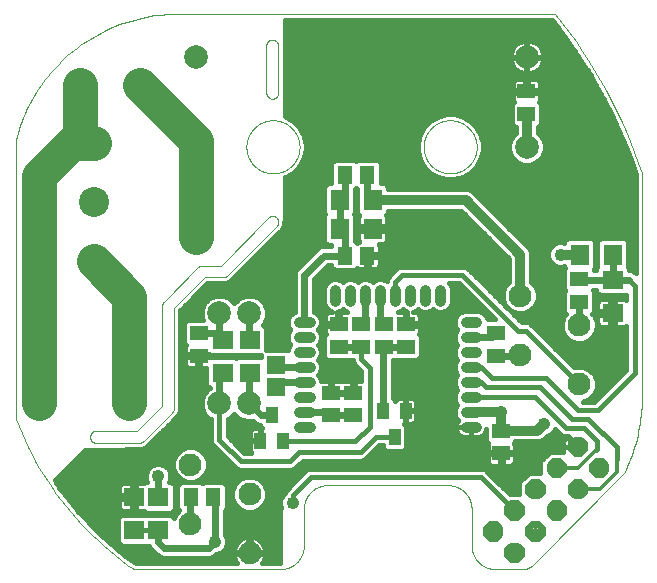
<source format=gbl>
G75*
%MOIN*%
%OFA0B0*%
%FSLAX25Y25*%
%IPPOS*%
%LPD*%
%AMOC8*
5,1,8,0,0,1.08239X$1,22.5*
%
%ADD10C,0.00000*%
%ADD11C,0.03543*%
%ADD12C,0.08661*%
%ADD13C,0.07874*%
%ADD14C,0.10000*%
%ADD15C,0.07600*%
%ADD16R,0.05906X0.05118*%
%ADD17C,0.01378*%
%ADD18R,0.03937X0.05512*%
%ADD19R,0.05118X0.05906*%
%ADD20R,0.05906X0.05906*%
%ADD21R,0.07087X0.06299*%
%ADD22R,0.06299X0.07087*%
%ADD23C,0.07874*%
%ADD24C,0.11811*%
%ADD25C,0.04252*%
%ADD26C,0.03200*%
%ADD27C,0.02400*%
%ADD28C,0.01600*%
%ADD29C,0.01200*%
D10*
X0041537Y0003071D02*
X0090356Y0003071D01*
X0090546Y0003073D01*
X0090736Y0003080D01*
X0090926Y0003092D01*
X0091116Y0003108D01*
X0091305Y0003128D01*
X0091494Y0003154D01*
X0091682Y0003183D01*
X0091869Y0003218D01*
X0092055Y0003257D01*
X0092240Y0003300D01*
X0092425Y0003348D01*
X0092608Y0003400D01*
X0092789Y0003456D01*
X0092969Y0003517D01*
X0093148Y0003583D01*
X0093325Y0003652D01*
X0093501Y0003726D01*
X0093674Y0003804D01*
X0093846Y0003887D01*
X0094015Y0003973D01*
X0094183Y0004063D01*
X0094348Y0004158D01*
X0094511Y0004256D01*
X0094671Y0004359D01*
X0094829Y0004465D01*
X0094984Y0004575D01*
X0095137Y0004688D01*
X0095287Y0004806D01*
X0095433Y0004927D01*
X0095577Y0005051D01*
X0095718Y0005179D01*
X0095856Y0005310D01*
X0095991Y0005445D01*
X0096122Y0005583D01*
X0096250Y0005724D01*
X0096374Y0005868D01*
X0096495Y0006014D01*
X0096613Y0006164D01*
X0096726Y0006317D01*
X0096836Y0006472D01*
X0096942Y0006630D01*
X0097045Y0006790D01*
X0097143Y0006953D01*
X0097238Y0007118D01*
X0097328Y0007286D01*
X0097414Y0007455D01*
X0097497Y0007627D01*
X0097575Y0007800D01*
X0097649Y0007976D01*
X0097718Y0008153D01*
X0097784Y0008332D01*
X0097845Y0008512D01*
X0097901Y0008693D01*
X0097953Y0008876D01*
X0098001Y0009061D01*
X0098044Y0009246D01*
X0098083Y0009432D01*
X0098118Y0009619D01*
X0098147Y0009807D01*
X0098173Y0009996D01*
X0098193Y0010185D01*
X0098209Y0010375D01*
X0098221Y0010565D01*
X0098228Y0010755D01*
X0098230Y0010945D01*
X0098230Y0023161D01*
X0098232Y0023351D01*
X0098239Y0023541D01*
X0098251Y0023731D01*
X0098267Y0023921D01*
X0098287Y0024110D01*
X0098313Y0024299D01*
X0098342Y0024487D01*
X0098377Y0024674D01*
X0098416Y0024860D01*
X0098459Y0025045D01*
X0098507Y0025230D01*
X0098559Y0025413D01*
X0098615Y0025594D01*
X0098676Y0025774D01*
X0098742Y0025953D01*
X0098811Y0026130D01*
X0098885Y0026306D01*
X0098963Y0026479D01*
X0099046Y0026651D01*
X0099132Y0026820D01*
X0099222Y0026988D01*
X0099317Y0027153D01*
X0099415Y0027316D01*
X0099518Y0027476D01*
X0099624Y0027634D01*
X0099734Y0027789D01*
X0099847Y0027942D01*
X0099965Y0028092D01*
X0100086Y0028238D01*
X0100210Y0028382D01*
X0100338Y0028523D01*
X0100469Y0028661D01*
X0100604Y0028796D01*
X0100742Y0028927D01*
X0100883Y0029055D01*
X0101027Y0029179D01*
X0101173Y0029300D01*
X0101323Y0029418D01*
X0101476Y0029531D01*
X0101631Y0029641D01*
X0101789Y0029747D01*
X0101949Y0029850D01*
X0102112Y0029948D01*
X0102277Y0030043D01*
X0102445Y0030133D01*
X0102614Y0030219D01*
X0102786Y0030302D01*
X0102959Y0030380D01*
X0103135Y0030454D01*
X0103312Y0030523D01*
X0103491Y0030589D01*
X0103671Y0030650D01*
X0103852Y0030706D01*
X0104035Y0030758D01*
X0104220Y0030806D01*
X0104405Y0030849D01*
X0104591Y0030888D01*
X0104778Y0030923D01*
X0104966Y0030952D01*
X0105155Y0030978D01*
X0105344Y0030998D01*
X0105534Y0031014D01*
X0105724Y0031026D01*
X0105914Y0031033D01*
X0106104Y0031035D01*
X0146261Y0031035D01*
X0146451Y0031033D01*
X0146641Y0031026D01*
X0146831Y0031014D01*
X0147021Y0030998D01*
X0147210Y0030978D01*
X0147399Y0030952D01*
X0147587Y0030923D01*
X0147774Y0030888D01*
X0147960Y0030849D01*
X0148145Y0030806D01*
X0148330Y0030758D01*
X0148513Y0030706D01*
X0148694Y0030650D01*
X0148874Y0030589D01*
X0149053Y0030523D01*
X0149230Y0030454D01*
X0149406Y0030380D01*
X0149579Y0030302D01*
X0149751Y0030219D01*
X0149920Y0030133D01*
X0150088Y0030043D01*
X0150253Y0029948D01*
X0150416Y0029850D01*
X0150576Y0029747D01*
X0150734Y0029641D01*
X0150889Y0029531D01*
X0151042Y0029418D01*
X0151192Y0029300D01*
X0151338Y0029179D01*
X0151482Y0029055D01*
X0151623Y0028927D01*
X0151761Y0028796D01*
X0151896Y0028661D01*
X0152027Y0028523D01*
X0152155Y0028382D01*
X0152279Y0028238D01*
X0152400Y0028092D01*
X0152518Y0027942D01*
X0152631Y0027789D01*
X0152741Y0027634D01*
X0152847Y0027476D01*
X0152950Y0027316D01*
X0153048Y0027153D01*
X0153143Y0026988D01*
X0153233Y0026820D01*
X0153319Y0026651D01*
X0153402Y0026479D01*
X0153480Y0026306D01*
X0153554Y0026130D01*
X0153623Y0025953D01*
X0153689Y0025774D01*
X0153750Y0025594D01*
X0153806Y0025413D01*
X0153858Y0025230D01*
X0153906Y0025045D01*
X0153949Y0024860D01*
X0153988Y0024674D01*
X0154023Y0024487D01*
X0154052Y0024299D01*
X0154078Y0024110D01*
X0154098Y0023921D01*
X0154114Y0023731D01*
X0154126Y0023541D01*
X0154133Y0023351D01*
X0154135Y0023161D01*
X0154135Y0010945D01*
X0154137Y0010755D01*
X0154144Y0010565D01*
X0154156Y0010375D01*
X0154172Y0010185D01*
X0154192Y0009996D01*
X0154218Y0009807D01*
X0154247Y0009619D01*
X0154282Y0009432D01*
X0154321Y0009246D01*
X0154364Y0009061D01*
X0154412Y0008876D01*
X0154464Y0008693D01*
X0154520Y0008512D01*
X0154581Y0008332D01*
X0154647Y0008153D01*
X0154716Y0007976D01*
X0154790Y0007800D01*
X0154868Y0007627D01*
X0154951Y0007455D01*
X0155037Y0007286D01*
X0155127Y0007118D01*
X0155222Y0006953D01*
X0155320Y0006790D01*
X0155423Y0006630D01*
X0155529Y0006472D01*
X0155639Y0006317D01*
X0155752Y0006164D01*
X0155870Y0006014D01*
X0155991Y0005868D01*
X0156115Y0005724D01*
X0156243Y0005583D01*
X0156374Y0005445D01*
X0156509Y0005310D01*
X0156647Y0005179D01*
X0156788Y0005051D01*
X0156932Y0004927D01*
X0157078Y0004806D01*
X0157228Y0004688D01*
X0157381Y0004575D01*
X0157536Y0004465D01*
X0157694Y0004359D01*
X0157854Y0004256D01*
X0158017Y0004158D01*
X0158182Y0004063D01*
X0158350Y0003973D01*
X0158519Y0003887D01*
X0158691Y0003804D01*
X0158864Y0003726D01*
X0159040Y0003652D01*
X0159217Y0003583D01*
X0159396Y0003517D01*
X0159576Y0003456D01*
X0159757Y0003400D01*
X0159940Y0003348D01*
X0160125Y0003300D01*
X0160310Y0003257D01*
X0160496Y0003218D01*
X0160683Y0003183D01*
X0160871Y0003154D01*
X0161060Y0003128D01*
X0161249Y0003108D01*
X0161439Y0003092D01*
X0161629Y0003080D01*
X0161819Y0003073D01*
X0162009Y0003071D01*
X0171402Y0003071D01*
X0174186Y0004224D02*
X0204923Y0034961D01*
X0210828Y0057008D02*
X0210828Y0134961D01*
X0181891Y0188110D02*
X0053741Y0188110D01*
X0085726Y0177587D02*
X0085726Y0161839D01*
X0085725Y0161839D02*
X0085727Y0161753D01*
X0085732Y0161667D01*
X0085742Y0161582D01*
X0085755Y0161497D01*
X0085772Y0161413D01*
X0085792Y0161329D01*
X0085816Y0161247D01*
X0085844Y0161166D01*
X0085875Y0161085D01*
X0085909Y0161007D01*
X0085947Y0160930D01*
X0085989Y0160854D01*
X0086033Y0160781D01*
X0086081Y0160710D01*
X0086132Y0160640D01*
X0086186Y0160573D01*
X0086242Y0160509D01*
X0086302Y0160447D01*
X0086364Y0160387D01*
X0086428Y0160331D01*
X0086495Y0160277D01*
X0086565Y0160226D01*
X0086636Y0160178D01*
X0086710Y0160134D01*
X0086785Y0160092D01*
X0086862Y0160054D01*
X0086941Y0160020D01*
X0087021Y0159989D01*
X0087102Y0159961D01*
X0087184Y0159937D01*
X0087268Y0159917D01*
X0087352Y0159900D01*
X0087437Y0159887D01*
X0087522Y0159877D01*
X0087608Y0159872D01*
X0087694Y0159870D01*
X0087694Y0159871D02*
X0087780Y0159873D01*
X0087866Y0159878D01*
X0087951Y0159888D01*
X0088036Y0159901D01*
X0088120Y0159918D01*
X0088203Y0159938D01*
X0088286Y0159962D01*
X0088367Y0159990D01*
X0088447Y0160021D01*
X0088526Y0160055D01*
X0088603Y0160093D01*
X0088678Y0160135D01*
X0088751Y0160179D01*
X0088823Y0160227D01*
X0088892Y0160278D01*
X0088959Y0160331D01*
X0089024Y0160388D01*
X0089086Y0160447D01*
X0089145Y0160509D01*
X0089202Y0160574D01*
X0089255Y0160641D01*
X0089306Y0160710D01*
X0089354Y0160782D01*
X0089398Y0160855D01*
X0089440Y0160930D01*
X0089478Y0161007D01*
X0089512Y0161086D01*
X0089543Y0161166D01*
X0089571Y0161247D01*
X0089595Y0161330D01*
X0089615Y0161413D01*
X0089632Y0161497D01*
X0089645Y0161582D01*
X0089655Y0161667D01*
X0089660Y0161753D01*
X0089662Y0161839D01*
X0089663Y0161839D02*
X0089663Y0177587D01*
X0087694Y0179556D02*
X0087608Y0179554D01*
X0087522Y0179549D01*
X0087437Y0179539D01*
X0087352Y0179526D01*
X0087268Y0179509D01*
X0087184Y0179489D01*
X0087102Y0179465D01*
X0087021Y0179437D01*
X0086940Y0179406D01*
X0086862Y0179372D01*
X0086785Y0179334D01*
X0086710Y0179292D01*
X0086636Y0179248D01*
X0086565Y0179200D01*
X0086495Y0179149D01*
X0086428Y0179095D01*
X0086364Y0179039D01*
X0086302Y0178979D01*
X0086242Y0178917D01*
X0086186Y0178853D01*
X0086132Y0178786D01*
X0086081Y0178716D01*
X0086033Y0178645D01*
X0085989Y0178572D01*
X0085947Y0178496D01*
X0085909Y0178419D01*
X0085875Y0178341D01*
X0085844Y0178260D01*
X0085816Y0178179D01*
X0085792Y0178097D01*
X0085772Y0178013D01*
X0085755Y0177929D01*
X0085742Y0177844D01*
X0085732Y0177759D01*
X0085727Y0177673D01*
X0085725Y0177587D01*
X0087694Y0179556D02*
X0087780Y0179554D01*
X0087866Y0179549D01*
X0087951Y0179539D01*
X0088036Y0179526D01*
X0088120Y0179509D01*
X0088204Y0179489D01*
X0088286Y0179465D01*
X0088367Y0179437D01*
X0088448Y0179406D01*
X0088526Y0179372D01*
X0088603Y0179334D01*
X0088679Y0179292D01*
X0088752Y0179248D01*
X0088823Y0179200D01*
X0088893Y0179149D01*
X0088960Y0179095D01*
X0089024Y0179039D01*
X0089086Y0178979D01*
X0089146Y0178917D01*
X0089202Y0178853D01*
X0089256Y0178786D01*
X0089307Y0178716D01*
X0089355Y0178645D01*
X0089399Y0178571D01*
X0089441Y0178496D01*
X0089479Y0178419D01*
X0089513Y0178340D01*
X0089544Y0178260D01*
X0089572Y0178179D01*
X0089596Y0178097D01*
X0089616Y0178013D01*
X0089633Y0177929D01*
X0089646Y0177844D01*
X0089656Y0177759D01*
X0089661Y0177673D01*
X0089663Y0177587D01*
X0079080Y0143819D02*
X0079083Y0144036D01*
X0079091Y0144254D01*
X0079104Y0144471D01*
X0079123Y0144687D01*
X0079147Y0144903D01*
X0079176Y0145119D01*
X0079210Y0145333D01*
X0079250Y0145547D01*
X0079295Y0145760D01*
X0079345Y0145971D01*
X0079401Y0146182D01*
X0079461Y0146390D01*
X0079527Y0146598D01*
X0079598Y0146803D01*
X0079674Y0147007D01*
X0079754Y0147209D01*
X0079840Y0147409D01*
X0079930Y0147606D01*
X0080026Y0147802D01*
X0080126Y0147995D01*
X0080231Y0148185D01*
X0080340Y0148373D01*
X0080454Y0148558D01*
X0080573Y0148740D01*
X0080696Y0148920D01*
X0080823Y0149096D01*
X0080955Y0149269D01*
X0081091Y0149438D01*
X0081231Y0149605D01*
X0081375Y0149768D01*
X0081523Y0149927D01*
X0081674Y0150083D01*
X0081830Y0150234D01*
X0081989Y0150382D01*
X0082152Y0150526D01*
X0082319Y0150666D01*
X0082488Y0150802D01*
X0082661Y0150934D01*
X0082837Y0151061D01*
X0083017Y0151184D01*
X0083199Y0151303D01*
X0083384Y0151417D01*
X0083572Y0151526D01*
X0083762Y0151631D01*
X0083955Y0151731D01*
X0084151Y0151827D01*
X0084348Y0151917D01*
X0084548Y0152003D01*
X0084750Y0152083D01*
X0084954Y0152159D01*
X0085159Y0152230D01*
X0085367Y0152296D01*
X0085575Y0152356D01*
X0085786Y0152412D01*
X0085997Y0152462D01*
X0086210Y0152507D01*
X0086424Y0152547D01*
X0086638Y0152581D01*
X0086854Y0152610D01*
X0087070Y0152634D01*
X0087286Y0152653D01*
X0087503Y0152666D01*
X0087721Y0152674D01*
X0087938Y0152677D01*
X0088155Y0152674D01*
X0088373Y0152666D01*
X0088590Y0152653D01*
X0088806Y0152634D01*
X0089022Y0152610D01*
X0089238Y0152581D01*
X0089452Y0152547D01*
X0089666Y0152507D01*
X0089879Y0152462D01*
X0090090Y0152412D01*
X0090301Y0152356D01*
X0090509Y0152296D01*
X0090717Y0152230D01*
X0090922Y0152159D01*
X0091126Y0152083D01*
X0091328Y0152003D01*
X0091528Y0151917D01*
X0091725Y0151827D01*
X0091921Y0151731D01*
X0092114Y0151631D01*
X0092304Y0151526D01*
X0092492Y0151417D01*
X0092677Y0151303D01*
X0092859Y0151184D01*
X0093039Y0151061D01*
X0093215Y0150934D01*
X0093388Y0150802D01*
X0093557Y0150666D01*
X0093724Y0150526D01*
X0093887Y0150382D01*
X0094046Y0150234D01*
X0094202Y0150083D01*
X0094353Y0149927D01*
X0094501Y0149768D01*
X0094645Y0149605D01*
X0094785Y0149438D01*
X0094921Y0149269D01*
X0095053Y0149096D01*
X0095180Y0148920D01*
X0095303Y0148740D01*
X0095422Y0148558D01*
X0095536Y0148373D01*
X0095645Y0148185D01*
X0095750Y0147995D01*
X0095850Y0147802D01*
X0095946Y0147606D01*
X0096036Y0147409D01*
X0096122Y0147209D01*
X0096202Y0147007D01*
X0096278Y0146803D01*
X0096349Y0146598D01*
X0096415Y0146390D01*
X0096475Y0146182D01*
X0096531Y0145971D01*
X0096581Y0145760D01*
X0096626Y0145547D01*
X0096666Y0145333D01*
X0096700Y0145119D01*
X0096729Y0144903D01*
X0096753Y0144687D01*
X0096772Y0144471D01*
X0096785Y0144254D01*
X0096793Y0144036D01*
X0096796Y0143819D01*
X0096793Y0143602D01*
X0096785Y0143384D01*
X0096772Y0143167D01*
X0096753Y0142951D01*
X0096729Y0142735D01*
X0096700Y0142519D01*
X0096666Y0142305D01*
X0096626Y0142091D01*
X0096581Y0141878D01*
X0096531Y0141667D01*
X0096475Y0141456D01*
X0096415Y0141248D01*
X0096349Y0141040D01*
X0096278Y0140835D01*
X0096202Y0140631D01*
X0096122Y0140429D01*
X0096036Y0140229D01*
X0095946Y0140032D01*
X0095850Y0139836D01*
X0095750Y0139643D01*
X0095645Y0139453D01*
X0095536Y0139265D01*
X0095422Y0139080D01*
X0095303Y0138898D01*
X0095180Y0138718D01*
X0095053Y0138542D01*
X0094921Y0138369D01*
X0094785Y0138200D01*
X0094645Y0138033D01*
X0094501Y0137870D01*
X0094353Y0137711D01*
X0094202Y0137555D01*
X0094046Y0137404D01*
X0093887Y0137256D01*
X0093724Y0137112D01*
X0093557Y0136972D01*
X0093388Y0136836D01*
X0093215Y0136704D01*
X0093039Y0136577D01*
X0092859Y0136454D01*
X0092677Y0136335D01*
X0092492Y0136221D01*
X0092304Y0136112D01*
X0092114Y0136007D01*
X0091921Y0135907D01*
X0091725Y0135811D01*
X0091528Y0135721D01*
X0091328Y0135635D01*
X0091126Y0135555D01*
X0090922Y0135479D01*
X0090717Y0135408D01*
X0090509Y0135342D01*
X0090301Y0135282D01*
X0090090Y0135226D01*
X0089879Y0135176D01*
X0089666Y0135131D01*
X0089452Y0135091D01*
X0089238Y0135057D01*
X0089022Y0135028D01*
X0088806Y0135004D01*
X0088590Y0134985D01*
X0088373Y0134972D01*
X0088155Y0134964D01*
X0087938Y0134961D01*
X0087721Y0134964D01*
X0087503Y0134972D01*
X0087286Y0134985D01*
X0087070Y0135004D01*
X0086854Y0135028D01*
X0086638Y0135057D01*
X0086424Y0135091D01*
X0086210Y0135131D01*
X0085997Y0135176D01*
X0085786Y0135226D01*
X0085575Y0135282D01*
X0085367Y0135342D01*
X0085159Y0135408D01*
X0084954Y0135479D01*
X0084750Y0135555D01*
X0084548Y0135635D01*
X0084348Y0135721D01*
X0084151Y0135811D01*
X0083955Y0135907D01*
X0083762Y0136007D01*
X0083572Y0136112D01*
X0083384Y0136221D01*
X0083199Y0136335D01*
X0083017Y0136454D01*
X0082837Y0136577D01*
X0082661Y0136704D01*
X0082488Y0136836D01*
X0082319Y0136972D01*
X0082152Y0137112D01*
X0081989Y0137256D01*
X0081830Y0137404D01*
X0081674Y0137555D01*
X0081523Y0137711D01*
X0081375Y0137870D01*
X0081231Y0138033D01*
X0081091Y0138200D01*
X0080955Y0138369D01*
X0080823Y0138542D01*
X0080696Y0138718D01*
X0080573Y0138898D01*
X0080454Y0139080D01*
X0080340Y0139265D01*
X0080231Y0139453D01*
X0080126Y0139643D01*
X0080026Y0139836D01*
X0079930Y0140032D01*
X0079840Y0140229D01*
X0079754Y0140429D01*
X0079674Y0140631D01*
X0079598Y0140835D01*
X0079527Y0141040D01*
X0079461Y0141248D01*
X0079401Y0141456D01*
X0079345Y0141667D01*
X0079295Y0141878D01*
X0079250Y0142091D01*
X0079210Y0142305D01*
X0079176Y0142519D01*
X0079147Y0142735D01*
X0079123Y0142951D01*
X0079104Y0143167D01*
X0079091Y0143384D01*
X0079083Y0143602D01*
X0079080Y0143819D01*
X0053741Y0188111D02*
X0052396Y0188036D01*
X0051054Y0187928D01*
X0049714Y0187788D01*
X0048378Y0187615D01*
X0047047Y0187411D01*
X0045721Y0187174D01*
X0044402Y0186905D01*
X0043089Y0186604D01*
X0041784Y0186272D01*
X0040487Y0185908D01*
X0039199Y0185513D01*
X0037922Y0185086D01*
X0036655Y0184629D01*
X0035399Y0184142D01*
X0034156Y0183624D01*
X0032925Y0183076D01*
X0031709Y0182499D01*
X0030506Y0181893D01*
X0029319Y0181257D01*
X0028147Y0180593D01*
X0026991Y0179901D01*
X0025853Y0179181D01*
X0024733Y0178434D01*
X0023630Y0177660D01*
X0022547Y0176859D01*
X0021484Y0176033D01*
X0020441Y0175181D01*
X0019419Y0174304D01*
X0018418Y0173402D01*
X0017439Y0172477D01*
X0016483Y0171528D01*
X0015551Y0170556D01*
X0014642Y0169563D01*
X0013757Y0168547D01*
X0012898Y0167510D01*
X0012063Y0166453D01*
X0011255Y0165376D01*
X0010472Y0164280D01*
X0009717Y0163165D01*
X0008988Y0162032D01*
X0008288Y0160881D01*
X0007615Y0159715D01*
X0006971Y0158532D01*
X0006355Y0157334D01*
X0005769Y0156121D01*
X0005212Y0154895D01*
X0004685Y0153656D01*
X0004188Y0152404D01*
X0003722Y0151140D01*
X0003286Y0149866D01*
X0002882Y0148581D01*
X0002508Y0147287D01*
X0002166Y0145985D01*
X0002167Y0145984D02*
X0002167Y0053071D01*
X0028938Y0049134D02*
X0042718Y0049134D01*
X0050986Y0057401D01*
X0050986Y0090838D01*
X0051562Y0092230D02*
X0063007Y0103675D01*
X0064399Y0104252D02*
X0070458Y0104252D01*
X0086437Y0120230D01*
X0087781Y0120787D02*
X0087864Y0120785D01*
X0087947Y0120780D01*
X0088029Y0120771D01*
X0088111Y0120758D01*
X0088192Y0120742D01*
X0088273Y0120722D01*
X0088353Y0120699D01*
X0088431Y0120672D01*
X0088508Y0120642D01*
X0088584Y0120609D01*
X0088659Y0120572D01*
X0088732Y0120532D01*
X0088802Y0120489D01*
X0088871Y0120443D01*
X0088938Y0120394D01*
X0089003Y0120342D01*
X0089065Y0120288D01*
X0089125Y0120230D01*
X0089193Y0120163D01*
X0089192Y0120163D02*
X0089250Y0120103D01*
X0089304Y0120041D01*
X0089356Y0119976D01*
X0089405Y0119909D01*
X0089451Y0119840D01*
X0089494Y0119770D01*
X0089534Y0119697D01*
X0089571Y0119622D01*
X0089604Y0119546D01*
X0089634Y0119469D01*
X0089661Y0119391D01*
X0089684Y0119311D01*
X0089704Y0119230D01*
X0089720Y0119149D01*
X0089733Y0119067D01*
X0089742Y0118985D01*
X0089747Y0118902D01*
X0089749Y0118819D01*
X0089193Y0117475D02*
X0072609Y0100891D01*
X0071217Y0100315D02*
X0065159Y0100315D01*
X0054923Y0090079D01*
X0054923Y0056642D01*
X0054346Y0055250D02*
X0044869Y0045773D01*
X0043477Y0045197D02*
X0028938Y0045197D01*
X0028938Y0045196D02*
X0028852Y0045198D01*
X0028766Y0045203D01*
X0028681Y0045213D01*
X0028596Y0045226D01*
X0028512Y0045243D01*
X0028428Y0045263D01*
X0028346Y0045287D01*
X0028265Y0045315D01*
X0028184Y0045346D01*
X0028106Y0045380D01*
X0028029Y0045418D01*
X0027953Y0045460D01*
X0027880Y0045504D01*
X0027809Y0045552D01*
X0027739Y0045603D01*
X0027672Y0045657D01*
X0027608Y0045713D01*
X0027546Y0045773D01*
X0027486Y0045835D01*
X0027430Y0045899D01*
X0027376Y0045966D01*
X0027325Y0046036D01*
X0027277Y0046107D01*
X0027233Y0046181D01*
X0027191Y0046256D01*
X0027153Y0046333D01*
X0027119Y0046411D01*
X0027088Y0046492D01*
X0027060Y0046573D01*
X0027036Y0046655D01*
X0027016Y0046739D01*
X0026999Y0046823D01*
X0026986Y0046908D01*
X0026976Y0046993D01*
X0026971Y0047079D01*
X0026969Y0047165D01*
X0026971Y0047251D01*
X0026976Y0047337D01*
X0026986Y0047422D01*
X0026999Y0047507D01*
X0027016Y0047591D01*
X0027036Y0047675D01*
X0027060Y0047757D01*
X0027088Y0047838D01*
X0027119Y0047919D01*
X0027153Y0047997D01*
X0027191Y0048074D01*
X0027233Y0048150D01*
X0027277Y0048223D01*
X0027325Y0048294D01*
X0027376Y0048364D01*
X0027430Y0048431D01*
X0027486Y0048495D01*
X0027546Y0048557D01*
X0027608Y0048617D01*
X0027672Y0048673D01*
X0027739Y0048727D01*
X0027809Y0048778D01*
X0027880Y0048826D01*
X0027954Y0048870D01*
X0028029Y0048912D01*
X0028106Y0048950D01*
X0028184Y0048984D01*
X0028265Y0049015D01*
X0028346Y0049043D01*
X0028428Y0049067D01*
X0028512Y0049087D01*
X0028596Y0049104D01*
X0028681Y0049117D01*
X0028766Y0049127D01*
X0028852Y0049132D01*
X0028938Y0049134D01*
X0043477Y0045196D02*
X0043563Y0045198D01*
X0043649Y0045203D01*
X0043734Y0045213D01*
X0043819Y0045226D01*
X0043903Y0045243D01*
X0043987Y0045263D01*
X0044069Y0045287D01*
X0044150Y0045315D01*
X0044231Y0045346D01*
X0044309Y0045380D01*
X0044386Y0045418D01*
X0044462Y0045460D01*
X0044535Y0045504D01*
X0044606Y0045552D01*
X0044676Y0045603D01*
X0044743Y0045657D01*
X0044807Y0045713D01*
X0044869Y0045773D01*
X0054346Y0055250D02*
X0054406Y0055312D01*
X0054462Y0055376D01*
X0054516Y0055443D01*
X0054567Y0055513D01*
X0054615Y0055584D01*
X0054659Y0055657D01*
X0054701Y0055733D01*
X0054739Y0055810D01*
X0054773Y0055888D01*
X0054804Y0055969D01*
X0054832Y0056050D01*
X0054856Y0056132D01*
X0054876Y0056216D01*
X0054893Y0056300D01*
X0054906Y0056385D01*
X0054916Y0056470D01*
X0054921Y0056556D01*
X0054923Y0056642D01*
X0210827Y0134961D02*
X0209626Y0138571D01*
X0208339Y0142151D01*
X0206969Y0145701D01*
X0205514Y0149217D01*
X0203977Y0152697D01*
X0202358Y0156140D01*
X0200659Y0159544D01*
X0198879Y0162907D01*
X0197020Y0166227D01*
X0195084Y0169502D01*
X0193070Y0172731D01*
X0190981Y0175911D01*
X0188817Y0179040D01*
X0186580Y0182118D01*
X0184271Y0185142D01*
X0181891Y0188110D01*
X0138135Y0143819D02*
X0138138Y0144036D01*
X0138146Y0144254D01*
X0138159Y0144471D01*
X0138178Y0144687D01*
X0138202Y0144903D01*
X0138231Y0145119D01*
X0138265Y0145333D01*
X0138305Y0145547D01*
X0138350Y0145760D01*
X0138400Y0145971D01*
X0138456Y0146182D01*
X0138516Y0146390D01*
X0138582Y0146598D01*
X0138653Y0146803D01*
X0138729Y0147007D01*
X0138809Y0147209D01*
X0138895Y0147409D01*
X0138985Y0147606D01*
X0139081Y0147802D01*
X0139181Y0147995D01*
X0139286Y0148185D01*
X0139395Y0148373D01*
X0139509Y0148558D01*
X0139628Y0148740D01*
X0139751Y0148920D01*
X0139878Y0149096D01*
X0140010Y0149269D01*
X0140146Y0149438D01*
X0140286Y0149605D01*
X0140430Y0149768D01*
X0140578Y0149927D01*
X0140729Y0150083D01*
X0140885Y0150234D01*
X0141044Y0150382D01*
X0141207Y0150526D01*
X0141374Y0150666D01*
X0141543Y0150802D01*
X0141716Y0150934D01*
X0141892Y0151061D01*
X0142072Y0151184D01*
X0142254Y0151303D01*
X0142439Y0151417D01*
X0142627Y0151526D01*
X0142817Y0151631D01*
X0143010Y0151731D01*
X0143206Y0151827D01*
X0143403Y0151917D01*
X0143603Y0152003D01*
X0143805Y0152083D01*
X0144009Y0152159D01*
X0144214Y0152230D01*
X0144422Y0152296D01*
X0144630Y0152356D01*
X0144841Y0152412D01*
X0145052Y0152462D01*
X0145265Y0152507D01*
X0145479Y0152547D01*
X0145693Y0152581D01*
X0145909Y0152610D01*
X0146125Y0152634D01*
X0146341Y0152653D01*
X0146558Y0152666D01*
X0146776Y0152674D01*
X0146993Y0152677D01*
X0147210Y0152674D01*
X0147428Y0152666D01*
X0147645Y0152653D01*
X0147861Y0152634D01*
X0148077Y0152610D01*
X0148293Y0152581D01*
X0148507Y0152547D01*
X0148721Y0152507D01*
X0148934Y0152462D01*
X0149145Y0152412D01*
X0149356Y0152356D01*
X0149564Y0152296D01*
X0149772Y0152230D01*
X0149977Y0152159D01*
X0150181Y0152083D01*
X0150383Y0152003D01*
X0150583Y0151917D01*
X0150780Y0151827D01*
X0150976Y0151731D01*
X0151169Y0151631D01*
X0151359Y0151526D01*
X0151547Y0151417D01*
X0151732Y0151303D01*
X0151914Y0151184D01*
X0152094Y0151061D01*
X0152270Y0150934D01*
X0152443Y0150802D01*
X0152612Y0150666D01*
X0152779Y0150526D01*
X0152942Y0150382D01*
X0153101Y0150234D01*
X0153257Y0150083D01*
X0153408Y0149927D01*
X0153556Y0149768D01*
X0153700Y0149605D01*
X0153840Y0149438D01*
X0153976Y0149269D01*
X0154108Y0149096D01*
X0154235Y0148920D01*
X0154358Y0148740D01*
X0154477Y0148558D01*
X0154591Y0148373D01*
X0154700Y0148185D01*
X0154805Y0147995D01*
X0154905Y0147802D01*
X0155001Y0147606D01*
X0155091Y0147409D01*
X0155177Y0147209D01*
X0155257Y0147007D01*
X0155333Y0146803D01*
X0155404Y0146598D01*
X0155470Y0146390D01*
X0155530Y0146182D01*
X0155586Y0145971D01*
X0155636Y0145760D01*
X0155681Y0145547D01*
X0155721Y0145333D01*
X0155755Y0145119D01*
X0155784Y0144903D01*
X0155808Y0144687D01*
X0155827Y0144471D01*
X0155840Y0144254D01*
X0155848Y0144036D01*
X0155851Y0143819D01*
X0155848Y0143602D01*
X0155840Y0143384D01*
X0155827Y0143167D01*
X0155808Y0142951D01*
X0155784Y0142735D01*
X0155755Y0142519D01*
X0155721Y0142305D01*
X0155681Y0142091D01*
X0155636Y0141878D01*
X0155586Y0141667D01*
X0155530Y0141456D01*
X0155470Y0141248D01*
X0155404Y0141040D01*
X0155333Y0140835D01*
X0155257Y0140631D01*
X0155177Y0140429D01*
X0155091Y0140229D01*
X0155001Y0140032D01*
X0154905Y0139836D01*
X0154805Y0139643D01*
X0154700Y0139453D01*
X0154591Y0139265D01*
X0154477Y0139080D01*
X0154358Y0138898D01*
X0154235Y0138718D01*
X0154108Y0138542D01*
X0153976Y0138369D01*
X0153840Y0138200D01*
X0153700Y0138033D01*
X0153556Y0137870D01*
X0153408Y0137711D01*
X0153257Y0137555D01*
X0153101Y0137404D01*
X0152942Y0137256D01*
X0152779Y0137112D01*
X0152612Y0136972D01*
X0152443Y0136836D01*
X0152270Y0136704D01*
X0152094Y0136577D01*
X0151914Y0136454D01*
X0151732Y0136335D01*
X0151547Y0136221D01*
X0151359Y0136112D01*
X0151169Y0136007D01*
X0150976Y0135907D01*
X0150780Y0135811D01*
X0150583Y0135721D01*
X0150383Y0135635D01*
X0150181Y0135555D01*
X0149977Y0135479D01*
X0149772Y0135408D01*
X0149564Y0135342D01*
X0149356Y0135282D01*
X0149145Y0135226D01*
X0148934Y0135176D01*
X0148721Y0135131D01*
X0148507Y0135091D01*
X0148293Y0135057D01*
X0148077Y0135028D01*
X0147861Y0135004D01*
X0147645Y0134985D01*
X0147428Y0134972D01*
X0147210Y0134964D01*
X0146993Y0134961D01*
X0146776Y0134964D01*
X0146558Y0134972D01*
X0146341Y0134985D01*
X0146125Y0135004D01*
X0145909Y0135028D01*
X0145693Y0135057D01*
X0145479Y0135091D01*
X0145265Y0135131D01*
X0145052Y0135176D01*
X0144841Y0135226D01*
X0144630Y0135282D01*
X0144422Y0135342D01*
X0144214Y0135408D01*
X0144009Y0135479D01*
X0143805Y0135555D01*
X0143603Y0135635D01*
X0143403Y0135721D01*
X0143206Y0135811D01*
X0143010Y0135907D01*
X0142817Y0136007D01*
X0142627Y0136112D01*
X0142439Y0136221D01*
X0142254Y0136335D01*
X0142072Y0136454D01*
X0141892Y0136577D01*
X0141716Y0136704D01*
X0141543Y0136836D01*
X0141374Y0136972D01*
X0141207Y0137112D01*
X0141044Y0137256D01*
X0140885Y0137404D01*
X0140729Y0137555D01*
X0140578Y0137711D01*
X0140430Y0137870D01*
X0140286Y0138033D01*
X0140146Y0138200D01*
X0140010Y0138369D01*
X0139878Y0138542D01*
X0139751Y0138718D01*
X0139628Y0138898D01*
X0139509Y0139080D01*
X0139395Y0139265D01*
X0139286Y0139453D01*
X0139181Y0139643D01*
X0139081Y0139836D01*
X0138985Y0140032D01*
X0138895Y0140229D01*
X0138809Y0140429D01*
X0138729Y0140631D01*
X0138653Y0140835D01*
X0138582Y0141040D01*
X0138516Y0141248D01*
X0138456Y0141456D01*
X0138400Y0141667D01*
X0138350Y0141878D01*
X0138305Y0142091D01*
X0138265Y0142305D01*
X0138231Y0142519D01*
X0138202Y0142735D01*
X0138178Y0142951D01*
X0138159Y0143167D01*
X0138146Y0143384D01*
X0138138Y0143602D01*
X0138135Y0143819D01*
X0089749Y0118819D02*
X0089747Y0118736D01*
X0089742Y0118653D01*
X0089733Y0118571D01*
X0089720Y0118489D01*
X0089704Y0118408D01*
X0089684Y0118327D01*
X0089661Y0118247D01*
X0089634Y0118169D01*
X0089604Y0118092D01*
X0089571Y0118016D01*
X0089534Y0117941D01*
X0089494Y0117868D01*
X0089451Y0117798D01*
X0089405Y0117729D01*
X0089356Y0117662D01*
X0089304Y0117597D01*
X0089250Y0117535D01*
X0089192Y0117475D01*
X0087781Y0120787D02*
X0087698Y0120785D01*
X0087615Y0120780D01*
X0087533Y0120771D01*
X0087451Y0120758D01*
X0087370Y0120742D01*
X0087289Y0120722D01*
X0087209Y0120699D01*
X0087131Y0120672D01*
X0087054Y0120642D01*
X0086978Y0120609D01*
X0086903Y0120572D01*
X0086830Y0120532D01*
X0086760Y0120489D01*
X0086691Y0120443D01*
X0086624Y0120394D01*
X0086559Y0120342D01*
X0086497Y0120288D01*
X0086437Y0120230D01*
X0072609Y0100891D02*
X0072547Y0100831D01*
X0072483Y0100775D01*
X0072416Y0100721D01*
X0072346Y0100670D01*
X0072275Y0100622D01*
X0072202Y0100578D01*
X0072126Y0100536D01*
X0072049Y0100498D01*
X0071971Y0100464D01*
X0071890Y0100433D01*
X0071809Y0100405D01*
X0071727Y0100381D01*
X0071643Y0100361D01*
X0071559Y0100344D01*
X0071474Y0100331D01*
X0071389Y0100321D01*
X0071303Y0100316D01*
X0071217Y0100314D01*
X0064399Y0104252D02*
X0064313Y0104250D01*
X0064227Y0104245D01*
X0064142Y0104235D01*
X0064057Y0104222D01*
X0063973Y0104205D01*
X0063889Y0104185D01*
X0063807Y0104161D01*
X0063726Y0104133D01*
X0063645Y0104102D01*
X0063567Y0104068D01*
X0063490Y0104030D01*
X0063414Y0103988D01*
X0063341Y0103944D01*
X0063270Y0103896D01*
X0063200Y0103845D01*
X0063133Y0103791D01*
X0063069Y0103735D01*
X0063007Y0103675D01*
X0051562Y0092230D02*
X0051502Y0092168D01*
X0051446Y0092104D01*
X0051392Y0092037D01*
X0051341Y0091967D01*
X0051293Y0091896D01*
X0051249Y0091823D01*
X0051207Y0091747D01*
X0051169Y0091670D01*
X0051135Y0091592D01*
X0051104Y0091511D01*
X0051076Y0091430D01*
X0051052Y0091348D01*
X0051032Y0091264D01*
X0051015Y0091180D01*
X0051002Y0091095D01*
X0050992Y0091010D01*
X0050987Y0090924D01*
X0050985Y0090838D01*
X0002167Y0053071D02*
X0003128Y0050673D01*
X0004146Y0048298D01*
X0005221Y0045949D01*
X0006351Y0043626D01*
X0007536Y0041330D01*
X0008775Y0039063D01*
X0010068Y0036826D01*
X0011414Y0034621D01*
X0012812Y0032449D01*
X0014261Y0030310D01*
X0015761Y0028206D01*
X0017310Y0026139D01*
X0018909Y0024109D01*
X0020555Y0022118D01*
X0022248Y0020167D01*
X0023987Y0018256D01*
X0025771Y0016388D01*
X0027599Y0014562D01*
X0029470Y0012781D01*
X0031383Y0011044D01*
X0033336Y0009354D01*
X0035330Y0007710D01*
X0037362Y0006115D01*
X0039431Y0004568D01*
X0041537Y0003071D01*
X0204923Y0034960D02*
X0205514Y0036176D01*
X0206077Y0037405D01*
X0206609Y0038648D01*
X0207112Y0039903D01*
X0207585Y0041169D01*
X0208027Y0042447D01*
X0208439Y0043734D01*
X0208820Y0045031D01*
X0209170Y0046337D01*
X0209488Y0047651D01*
X0209775Y0048972D01*
X0210031Y0050300D01*
X0210254Y0051633D01*
X0210446Y0052971D01*
X0210606Y0054313D01*
X0210733Y0055659D01*
X0210829Y0057008D01*
X0174186Y0004224D02*
X0174097Y0004138D01*
X0174006Y0004055D01*
X0173912Y0003974D01*
X0173815Y0003897D01*
X0173716Y0003823D01*
X0173615Y0003752D01*
X0173512Y0003684D01*
X0173406Y0003619D01*
X0173299Y0003558D01*
X0173189Y0003500D01*
X0173078Y0003446D01*
X0172966Y0003395D01*
X0172851Y0003347D01*
X0172736Y0003304D01*
X0172619Y0003264D01*
X0172500Y0003227D01*
X0172381Y0003195D01*
X0172261Y0003166D01*
X0172140Y0003141D01*
X0172018Y0003119D01*
X0171895Y0003102D01*
X0171773Y0003088D01*
X0171649Y0003079D01*
X0171526Y0003073D01*
X0171402Y0003071D01*
D11*
X0155769Y0050394D02*
X0152226Y0050394D01*
X0152226Y0055394D02*
X0155769Y0055394D01*
X0155769Y0060394D02*
X0152226Y0060394D01*
X0152226Y0065394D02*
X0155769Y0065394D01*
X0155769Y0070394D02*
X0152226Y0070394D01*
X0152226Y0075394D02*
X0155769Y0075394D01*
X0155769Y0080394D02*
X0152226Y0080394D01*
X0152226Y0085394D02*
X0155769Y0085394D01*
X0143682Y0092520D02*
X0143682Y0096063D01*
X0138682Y0096063D02*
X0138682Y0092520D01*
X0133682Y0092520D02*
X0133682Y0096063D01*
X0128682Y0096063D02*
X0128682Y0092520D01*
X0123682Y0092520D02*
X0123682Y0096063D01*
X0118682Y0096063D02*
X0118682Y0092520D01*
X0113682Y0092520D02*
X0113682Y0096063D01*
X0108682Y0096063D02*
X0108682Y0092520D01*
X0100139Y0085394D02*
X0096596Y0085394D01*
X0096596Y0080394D02*
X0100139Y0080394D01*
X0100139Y0075394D02*
X0096596Y0075394D01*
X0096596Y0070394D02*
X0100139Y0070394D01*
X0100139Y0065394D02*
X0096596Y0065394D01*
X0096596Y0060394D02*
X0100139Y0060394D01*
X0100139Y0055394D02*
X0096596Y0055394D01*
X0096596Y0050394D02*
X0100139Y0050394D01*
D12*
X0040080Y0058299D03*
X0010080Y0058299D03*
X0010080Y0088299D03*
X0040080Y0088299D03*
D13*
X0062348Y0113898D03*
X0070080Y0088299D03*
X0080080Y0088299D03*
X0080080Y0058299D03*
X0070080Y0058299D03*
X0172584Y0143819D03*
X0172584Y0173740D03*
X0062348Y0173740D03*
X0043664Y0164478D03*
X0023664Y0164478D03*
D14*
X0028151Y0145149D03*
X0028151Y0125464D03*
X0028151Y0105779D03*
D15*
X0060434Y0037913D03*
X0080119Y0028071D03*
X0060434Y0018228D03*
X0080119Y0008386D03*
X0170320Y0074527D03*
X0170320Y0094212D03*
X0190005Y0084370D03*
X0190005Y0064685D03*
D16*
X0162159Y0074240D03*
X0162159Y0081720D03*
X0190005Y0092244D03*
X0190005Y0099724D03*
X0163997Y0049236D03*
X0163997Y0041756D03*
X0132269Y0077240D03*
X0124789Y0077240D03*
X0117308Y0077240D03*
X0109828Y0077240D03*
X0109828Y0084720D03*
X0117308Y0084720D03*
X0124789Y0084720D03*
X0132269Y0084720D03*
X0114765Y0061779D03*
X0107285Y0061779D03*
X0107285Y0054299D03*
X0114765Y0054299D03*
X0063190Y0074209D03*
X0063190Y0081689D03*
X0172427Y0154842D03*
X0172427Y0162323D03*
D17*
X0187544Y0043399D02*
X0186855Y0042710D01*
X0186855Y0044992D01*
X0188469Y0046606D01*
X0190751Y0046606D01*
X0192365Y0044992D01*
X0192365Y0042710D01*
X0190751Y0041096D01*
X0188469Y0041096D01*
X0186855Y0042710D01*
X0187889Y0043138D01*
X0187889Y0044564D01*
X0188897Y0045572D01*
X0190323Y0045572D01*
X0191331Y0044564D01*
X0191331Y0043138D01*
X0190323Y0042130D01*
X0188897Y0042130D01*
X0187889Y0043138D01*
X0188922Y0043566D01*
X0188922Y0044136D01*
X0189325Y0044539D01*
X0189895Y0044539D01*
X0190298Y0044136D01*
X0190298Y0043566D01*
X0189895Y0043163D01*
X0189325Y0043163D01*
X0188922Y0043566D01*
X0180473Y0036328D02*
X0179784Y0035639D01*
X0179784Y0037921D01*
X0181398Y0039535D01*
X0183680Y0039535D01*
X0185294Y0037921D01*
X0185294Y0035639D01*
X0183680Y0034025D01*
X0181398Y0034025D01*
X0179784Y0035639D01*
X0180818Y0036067D01*
X0180818Y0037493D01*
X0181826Y0038501D01*
X0183252Y0038501D01*
X0184260Y0037493D01*
X0184260Y0036067D01*
X0183252Y0035059D01*
X0181826Y0035059D01*
X0180818Y0036067D01*
X0181851Y0036495D01*
X0181851Y0037065D01*
X0182254Y0037468D01*
X0182824Y0037468D01*
X0183227Y0037065D01*
X0183227Y0036495D01*
X0182824Y0036092D01*
X0182254Y0036092D01*
X0181851Y0036495D01*
X0173402Y0029257D02*
X0172713Y0028568D01*
X0172713Y0030850D01*
X0174327Y0032464D01*
X0176609Y0032464D01*
X0178223Y0030850D01*
X0178223Y0028568D01*
X0176609Y0026954D01*
X0174327Y0026954D01*
X0172713Y0028568D01*
X0173747Y0028996D01*
X0173747Y0030422D01*
X0174755Y0031430D01*
X0176181Y0031430D01*
X0177189Y0030422D01*
X0177189Y0028996D01*
X0176181Y0027988D01*
X0174755Y0027988D01*
X0173747Y0028996D01*
X0174780Y0029424D01*
X0174780Y0029994D01*
X0175183Y0030397D01*
X0175753Y0030397D01*
X0176156Y0029994D01*
X0176156Y0029424D01*
X0175753Y0029021D01*
X0175183Y0029021D01*
X0174780Y0029424D01*
X0166331Y0022185D02*
X0165642Y0021496D01*
X0165642Y0023778D01*
X0167256Y0025392D01*
X0169538Y0025392D01*
X0171152Y0023778D01*
X0171152Y0021496D01*
X0169538Y0019882D01*
X0167256Y0019882D01*
X0165642Y0021496D01*
X0166676Y0021924D01*
X0166676Y0023350D01*
X0167684Y0024358D01*
X0169110Y0024358D01*
X0170118Y0023350D01*
X0170118Y0021924D01*
X0169110Y0020916D01*
X0167684Y0020916D01*
X0166676Y0021924D01*
X0167709Y0022352D01*
X0167709Y0022922D01*
X0168112Y0023325D01*
X0168682Y0023325D01*
X0169085Y0022922D01*
X0169085Y0022352D01*
X0168682Y0021949D01*
X0168112Y0021949D01*
X0167709Y0022352D01*
X0159260Y0015114D02*
X0158571Y0014425D01*
X0158571Y0016707D01*
X0160185Y0018321D01*
X0162467Y0018321D01*
X0164081Y0016707D01*
X0164081Y0014425D01*
X0162467Y0012811D01*
X0160185Y0012811D01*
X0158571Y0014425D01*
X0159605Y0014853D01*
X0159605Y0016279D01*
X0160613Y0017287D01*
X0162039Y0017287D01*
X0163047Y0016279D01*
X0163047Y0014853D01*
X0162039Y0013845D01*
X0160613Y0013845D01*
X0159605Y0014853D01*
X0160638Y0015281D01*
X0160638Y0015851D01*
X0161041Y0016254D01*
X0161611Y0016254D01*
X0162014Y0015851D01*
X0162014Y0015281D01*
X0161611Y0014878D01*
X0161041Y0014878D01*
X0160638Y0015281D01*
X0166331Y0008043D02*
X0165642Y0007354D01*
X0165642Y0009636D01*
X0167256Y0011250D01*
X0169538Y0011250D01*
X0171152Y0009636D01*
X0171152Y0007354D01*
X0169538Y0005740D01*
X0167256Y0005740D01*
X0165642Y0007354D01*
X0166676Y0007782D01*
X0166676Y0009208D01*
X0167684Y0010216D01*
X0169110Y0010216D01*
X0170118Y0009208D01*
X0170118Y0007782D01*
X0169110Y0006774D01*
X0167684Y0006774D01*
X0166676Y0007782D01*
X0167709Y0008210D01*
X0167709Y0008780D01*
X0168112Y0009183D01*
X0168682Y0009183D01*
X0169085Y0008780D01*
X0169085Y0008210D01*
X0168682Y0007807D01*
X0168112Y0007807D01*
X0167709Y0008210D01*
X0173402Y0015114D02*
X0172713Y0014425D01*
X0172713Y0016707D01*
X0174327Y0018321D01*
X0176609Y0018321D01*
X0178223Y0016707D01*
X0178223Y0014425D01*
X0176609Y0012811D01*
X0174327Y0012811D01*
X0172713Y0014425D01*
X0173747Y0014853D01*
X0173747Y0016279D01*
X0174755Y0017287D01*
X0176181Y0017287D01*
X0177189Y0016279D01*
X0177189Y0014853D01*
X0176181Y0013845D01*
X0174755Y0013845D01*
X0173747Y0014853D01*
X0174780Y0015281D01*
X0174780Y0015851D01*
X0175183Y0016254D01*
X0175753Y0016254D01*
X0176156Y0015851D01*
X0176156Y0015281D01*
X0175753Y0014878D01*
X0175183Y0014878D01*
X0174780Y0015281D01*
X0180473Y0022185D02*
X0179784Y0021496D01*
X0179784Y0023778D01*
X0181398Y0025392D01*
X0183680Y0025392D01*
X0185294Y0023778D01*
X0185294Y0021496D01*
X0183680Y0019882D01*
X0181398Y0019882D01*
X0179784Y0021496D01*
X0180818Y0021924D01*
X0180818Y0023350D01*
X0181826Y0024358D01*
X0183252Y0024358D01*
X0184260Y0023350D01*
X0184260Y0021924D01*
X0183252Y0020916D01*
X0181826Y0020916D01*
X0180818Y0021924D01*
X0181851Y0022352D01*
X0181851Y0022922D01*
X0182254Y0023325D01*
X0182824Y0023325D01*
X0183227Y0022922D01*
X0183227Y0022352D01*
X0182824Y0021949D01*
X0182254Y0021949D01*
X0181851Y0022352D01*
X0187544Y0029257D02*
X0186855Y0028568D01*
X0186855Y0030850D01*
X0188469Y0032464D01*
X0190751Y0032464D01*
X0192365Y0030850D01*
X0192365Y0028568D01*
X0190751Y0026954D01*
X0188469Y0026954D01*
X0186855Y0028568D01*
X0187889Y0028996D01*
X0187889Y0030422D01*
X0188897Y0031430D01*
X0190323Y0031430D01*
X0191331Y0030422D01*
X0191331Y0028996D01*
X0190323Y0027988D01*
X0188897Y0027988D01*
X0187889Y0028996D01*
X0188922Y0029424D01*
X0188922Y0029994D01*
X0189325Y0030397D01*
X0189895Y0030397D01*
X0190298Y0029994D01*
X0190298Y0029424D01*
X0189895Y0029021D01*
X0189325Y0029021D01*
X0188922Y0029424D01*
X0194615Y0036328D02*
X0193926Y0035639D01*
X0193926Y0037921D01*
X0195540Y0039535D01*
X0197822Y0039535D01*
X0199436Y0037921D01*
X0199436Y0035639D01*
X0197822Y0034025D01*
X0195540Y0034025D01*
X0193926Y0035639D01*
X0194960Y0036067D01*
X0194960Y0037493D01*
X0195968Y0038501D01*
X0197394Y0038501D01*
X0198402Y0037493D01*
X0198402Y0036067D01*
X0197394Y0035059D01*
X0195968Y0035059D01*
X0194960Y0036067D01*
X0195993Y0036495D01*
X0195993Y0037065D01*
X0196396Y0037468D01*
X0196966Y0037468D01*
X0197369Y0037065D01*
X0197369Y0036495D01*
X0196966Y0036092D01*
X0196396Y0036092D01*
X0195993Y0036495D01*
D18*
X0132190Y0055846D03*
X0124710Y0055846D03*
X0128450Y0047185D03*
X0091190Y0045803D03*
X0083710Y0045803D03*
X0087450Y0054464D03*
D19*
X0068112Y0027086D03*
X0060631Y0027086D03*
X0111927Y0107571D03*
X0119407Y0107571D03*
X0119407Y0134571D03*
X0111927Y0134571D03*
D20*
X0088997Y0071134D03*
X0088997Y0063634D03*
D21*
X0080167Y0068559D03*
X0071167Y0068559D03*
X0071167Y0079583D03*
X0080167Y0079583D03*
X0049667Y0027083D03*
X0041667Y0027083D03*
X0041667Y0016059D03*
X0049667Y0016059D03*
X0201167Y0088421D03*
X0201167Y0099445D03*
D22*
X0201178Y0107933D03*
X0190155Y0107933D03*
X0121178Y0116571D03*
X0121178Y0126071D03*
X0110155Y0126071D03*
X0110155Y0116571D03*
D23*
X0028151Y0145149D02*
X0028151Y0145543D01*
D24*
X0028151Y0145149D02*
X0023664Y0145149D01*
X0023664Y0164478D01*
X0043664Y0164478D02*
X0062348Y0145794D01*
X0062348Y0113898D01*
X0040080Y0093850D02*
X0028151Y0105779D01*
X0040080Y0093850D02*
X0040080Y0058299D01*
X0010080Y0058299D02*
X0010080Y0134232D01*
X0020997Y0145149D01*
X0023664Y0145149D01*
D25*
X0085667Y0103571D03*
X0128600Y0116413D03*
X0183804Y0107933D03*
X0190159Y0133779D03*
X0204332Y0133779D03*
X0201241Y0081449D03*
X0178163Y0051457D03*
X0163997Y0055394D03*
X0094497Y0025134D03*
X0076367Y0045871D03*
X0049623Y0034083D03*
X0041497Y0034134D03*
X0068612Y0012134D03*
D26*
X0153997Y0055394D02*
X0163997Y0055394D01*
X0163997Y0049236D01*
X0175942Y0049236D01*
X0178163Y0051457D01*
X0170320Y0094212D02*
X0170320Y0107933D01*
X0152182Y0126071D01*
X0121178Y0126071D01*
X0172427Y0154842D02*
X0172584Y0154685D01*
X0172584Y0143819D01*
X0183804Y0107933D02*
X0190155Y0107933D01*
D27*
X0190005Y0099724D02*
X0190285Y0099445D01*
X0201167Y0099445D01*
X0206655Y0099445D01*
X0201178Y0099457D02*
X0201178Y0107933D01*
X0190005Y0092244D02*
X0190005Y0084370D01*
X0170320Y0074527D02*
X0170033Y0074240D01*
X0162159Y0074240D01*
X0160832Y0080394D02*
X0162159Y0081720D01*
X0160832Y0080394D02*
X0153997Y0080394D01*
X0132269Y0077240D02*
X0124789Y0077240D01*
X0124710Y0077161D02*
X0124710Y0055846D01*
X0114765Y0054299D02*
X0107285Y0054299D01*
X0106190Y0055394D02*
X0098367Y0055394D01*
X0098367Y0065394D02*
X0090757Y0065394D01*
X0088997Y0063634D01*
X0089738Y0070394D02*
X0088997Y0071134D01*
X0089738Y0070394D02*
X0098367Y0070394D01*
X0109828Y0077240D02*
X0117308Y0077240D01*
X0117308Y0084720D02*
X0118682Y0086094D01*
X0118682Y0094291D01*
X0123682Y0094291D02*
X0123682Y0085827D01*
X0124789Y0084720D01*
X0111927Y0107571D02*
X0104934Y0107571D01*
X0098367Y0101004D01*
X0098367Y0085394D01*
X0080080Y0088299D02*
X0080080Y0079669D01*
X0070080Y0080669D02*
X0070080Y0088299D01*
X0069060Y0081689D02*
X0063190Y0081689D01*
X0069060Y0081689D02*
X0070080Y0080669D01*
X0080080Y0068472D02*
X0080080Y0058299D01*
X0083915Y0054464D01*
X0087450Y0054464D01*
X0070080Y0058299D02*
X0070080Y0067472D01*
X0049623Y0034083D02*
X0049623Y0027126D01*
X0060434Y0026890D02*
X0060434Y0018228D01*
X0066549Y0010071D02*
X0051667Y0010071D01*
X0049667Y0012071D01*
X0049667Y0016059D01*
X0066549Y0010071D02*
X0068612Y0012134D01*
X0068612Y0026586D01*
X0068112Y0027086D01*
X0111927Y0107571D02*
X0111927Y0114799D01*
X0110155Y0116571D02*
X0110155Y0126071D01*
X0111927Y0127842D02*
X0111927Y0134571D01*
X0119407Y0134571D02*
X0119407Y0127842D01*
D28*
X0044975Y0022253D02*
X0023079Y0022253D01*
X0023045Y0022288D02*
X0023045Y0022288D01*
X0016511Y0030587D01*
X0015201Y0032640D01*
X0025395Y0042835D01*
X0038781Y0042835D01*
X0039153Y0043197D01*
X0044306Y0043197D01*
X0044333Y0043224D01*
X0045659Y0043773D01*
X0045698Y0043773D01*
X0055174Y0053250D01*
X0055340Y0053416D01*
X0056318Y0054394D01*
X0056346Y0054422D01*
X0056346Y0054461D01*
X0056895Y0055786D01*
X0056923Y0055814D01*
X0056923Y0089250D01*
X0065987Y0098315D01*
X0072046Y0098315D01*
X0072073Y0098342D01*
X0073399Y0098891D01*
X0073438Y0098891D01*
X0090021Y0115475D01*
X0090116Y0115570D01*
X0091155Y0116609D01*
X0091193Y0116646D01*
X0091193Y0116699D01*
X0091712Y0117953D01*
X0091749Y0117990D01*
X0091749Y0118787D01*
X0092037Y0119075D01*
X0092037Y0133676D01*
X0092129Y0133700D01*
X0094605Y0135130D01*
X0096627Y0137152D01*
X0098057Y0139628D01*
X0098797Y0142389D01*
X0098797Y0145248D01*
X0098057Y0148010D01*
X0096627Y0150486D01*
X0094605Y0152508D01*
X0092129Y0153937D01*
X0092037Y0153962D01*
X0092037Y0186110D01*
X0180917Y0186110D01*
X0184977Y0180923D01*
X0193375Y0168464D01*
X0200559Y0155268D01*
X0206466Y0141453D01*
X0208828Y0134626D01*
X0208828Y0101797D01*
X0208467Y0102158D01*
X0207291Y0102645D01*
X0206710Y0102645D01*
X0206710Y0103423D01*
X0206328Y0103805D01*
X0206328Y0112305D01*
X0205156Y0113476D01*
X0197200Y0113476D01*
X0196029Y0112305D01*
X0196029Y0103828D01*
X0195623Y0103423D01*
X0195623Y0102645D01*
X0194958Y0102645D01*
X0194958Y0103112D01*
X0194906Y0103163D01*
X0195304Y0103561D01*
X0195304Y0112305D01*
X0194133Y0113476D01*
X0186177Y0113476D01*
X0185005Y0112305D01*
X0185005Y0111901D01*
X0184625Y0112059D01*
X0182984Y0112059D01*
X0181467Y0111431D01*
X0180307Y0110270D01*
X0179678Y0108754D01*
X0179678Y0107112D01*
X0180307Y0105596D01*
X0181467Y0104435D01*
X0182984Y0103807D01*
X0184625Y0103807D01*
X0185005Y0103964D01*
X0185005Y0103561D01*
X0185254Y0103313D01*
X0185052Y0103112D01*
X0185052Y0096337D01*
X0185405Y0095984D01*
X0185052Y0095631D01*
X0185052Y0088856D01*
X0185671Y0088238D01*
X0185088Y0087655D01*
X0184205Y0085524D01*
X0184205Y0083216D01*
X0185088Y0081085D01*
X0186720Y0079453D01*
X0188852Y0078570D01*
X0191159Y0078570D01*
X0193291Y0079453D01*
X0194922Y0081085D01*
X0195805Y0083216D01*
X0195805Y0085524D01*
X0194922Y0087655D01*
X0194340Y0088238D01*
X0194958Y0088856D01*
X0194958Y0095631D01*
X0194605Y0095984D01*
X0194866Y0096245D01*
X0195623Y0096245D01*
X0195623Y0095467D01*
X0196795Y0094295D01*
X0205538Y0094295D01*
X0205709Y0094466D01*
X0205709Y0092816D01*
X0205685Y0092841D01*
X0205323Y0093050D01*
X0204919Y0093158D01*
X0201941Y0093158D01*
X0201941Y0089196D01*
X0200392Y0089196D01*
X0200392Y0093158D01*
X0197414Y0093158D01*
X0197011Y0093050D01*
X0196649Y0092841D01*
X0196353Y0092545D01*
X0196144Y0092183D01*
X0196036Y0091780D01*
X0196036Y0089196D01*
X0200392Y0089196D01*
X0200392Y0087646D01*
X0201941Y0087646D01*
X0201941Y0083684D01*
X0204919Y0083684D01*
X0205323Y0083792D01*
X0205685Y0084001D01*
X0205709Y0084026D01*
X0205709Y0069585D01*
X0195058Y0058934D01*
X0191277Y0058934D01*
X0193291Y0059768D01*
X0194922Y0061399D01*
X0195805Y0063531D01*
X0195805Y0065839D01*
X0194922Y0067970D01*
X0193291Y0069602D01*
X0191159Y0070485D01*
X0188852Y0070485D01*
X0188366Y0070284D01*
X0173705Y0084944D01*
X0172676Y0085371D01*
X0170826Y0085371D01*
X0153477Y0102720D01*
X0152690Y0103507D01*
X0151661Y0103934D01*
X0130440Y0103934D01*
X0129411Y0103507D01*
X0128624Y0102720D01*
X0127096Y0101192D01*
X0126309Y0100405D01*
X0125882Y0099376D01*
X0125882Y0099197D01*
X0125819Y0099260D01*
X0124433Y0099835D01*
X0122932Y0099835D01*
X0121546Y0099260D01*
X0121182Y0098897D01*
X0120819Y0099260D01*
X0119433Y0099835D01*
X0117932Y0099835D01*
X0116546Y0099260D01*
X0116182Y0098897D01*
X0115819Y0099260D01*
X0114433Y0099835D01*
X0112932Y0099835D01*
X0111546Y0099260D01*
X0111182Y0098897D01*
X0110819Y0099260D01*
X0109433Y0099835D01*
X0107932Y0099835D01*
X0106546Y0099260D01*
X0105485Y0098199D01*
X0104911Y0096813D01*
X0104911Y0091769D01*
X0105485Y0090383D01*
X0106546Y0089322D01*
X0107645Y0088867D01*
X0106666Y0088867D01*
X0106263Y0088759D01*
X0105901Y0088550D01*
X0105605Y0088254D01*
X0105396Y0087892D01*
X0105288Y0087488D01*
X0105288Y0085200D01*
X0109348Y0085200D01*
X0109348Y0084241D01*
X0105288Y0084241D01*
X0105288Y0081952D01*
X0105396Y0081549D01*
X0105543Y0081295D01*
X0104875Y0080628D01*
X0104875Y0073853D01*
X0106047Y0072681D01*
X0114508Y0072681D01*
X0114508Y0072549D01*
X0114935Y0071520D01*
X0115722Y0070732D01*
X0117371Y0069084D01*
X0117371Y0065926D01*
X0115245Y0065926D01*
X0115245Y0062259D01*
X0114286Y0062259D01*
X0114286Y0065926D01*
X0111603Y0065926D01*
X0111200Y0065818D01*
X0111025Y0065717D01*
X0110850Y0065818D01*
X0110447Y0065926D01*
X0107764Y0065926D01*
X0107764Y0062259D01*
X0106805Y0062259D01*
X0106805Y0065926D01*
X0104123Y0065926D01*
X0103911Y0065869D01*
X0103911Y0066144D01*
X0103337Y0067530D01*
X0102973Y0067894D01*
X0103337Y0068257D01*
X0103911Y0069643D01*
X0103911Y0071144D01*
X0103337Y0072530D01*
X0102973Y0072894D01*
X0103337Y0073257D01*
X0103911Y0074643D01*
X0103911Y0076144D01*
X0103337Y0077530D01*
X0102973Y0077894D01*
X0103337Y0078257D01*
X0103911Y0079643D01*
X0103911Y0081144D01*
X0103337Y0082530D01*
X0102973Y0082894D01*
X0103337Y0083257D01*
X0103911Y0084643D01*
X0103911Y0086144D01*
X0103337Y0087530D01*
X0102276Y0088591D01*
X0101567Y0088884D01*
X0101567Y0099678D01*
X0106260Y0104371D01*
X0107367Y0104371D01*
X0107367Y0103790D01*
X0108539Y0102618D01*
X0115314Y0102618D01*
X0115981Y0103285D01*
X0116235Y0103139D01*
X0116639Y0103031D01*
X0118927Y0103031D01*
X0118927Y0107091D01*
X0119886Y0107091D01*
X0119886Y0103031D01*
X0122175Y0103031D01*
X0122579Y0103139D01*
X0122941Y0103348D01*
X0123236Y0103643D01*
X0123445Y0104005D01*
X0123553Y0104409D01*
X0123553Y0107091D01*
X0119886Y0107091D01*
X0119886Y0108050D01*
X0123553Y0108050D01*
X0123553Y0110732D01*
X0123445Y0111136D01*
X0123270Y0111440D01*
X0124537Y0111440D01*
X0124941Y0111548D01*
X0125303Y0111757D01*
X0125598Y0112053D01*
X0125807Y0112415D01*
X0125915Y0112818D01*
X0125915Y0115796D01*
X0121953Y0115796D01*
X0121953Y0117346D01*
X0125915Y0117346D01*
X0125915Y0120323D01*
X0125807Y0120727D01*
X0125642Y0121013D01*
X0126328Y0121699D01*
X0126328Y0122471D01*
X0150691Y0122471D01*
X0166720Y0106442D01*
X0166720Y0098815D01*
X0165403Y0097498D01*
X0164520Y0095366D01*
X0164520Y0093059D01*
X0165403Y0090927D01*
X0167035Y0089295D01*
X0169166Y0088412D01*
X0171474Y0088412D01*
X0173606Y0089295D01*
X0175237Y0090927D01*
X0176120Y0093059D01*
X0176120Y0095366D01*
X0175237Y0097498D01*
X0173920Y0098815D01*
X0173920Y0108649D01*
X0173372Y0109972D01*
X0155234Y0128110D01*
X0154222Y0129123D01*
X0152898Y0129671D01*
X0126328Y0129671D01*
X0126328Y0130442D01*
X0125156Y0131614D01*
X0123966Y0131614D01*
X0123966Y0138352D01*
X0122794Y0139523D01*
X0116019Y0139523D01*
X0115667Y0139171D01*
X0115314Y0139523D01*
X0108539Y0139523D01*
X0107367Y0138352D01*
X0107367Y0131614D01*
X0106177Y0131614D01*
X0105005Y0130442D01*
X0105005Y0121699D01*
X0105384Y0121321D01*
X0105005Y0120942D01*
X0105005Y0112199D01*
X0106177Y0111027D01*
X0107367Y0111027D01*
X0107367Y0110771D01*
X0104298Y0110771D01*
X0103122Y0110284D01*
X0102222Y0109383D01*
X0095655Y0102816D01*
X0095167Y0101640D01*
X0095167Y0088884D01*
X0094459Y0088591D01*
X0093398Y0087530D01*
X0092824Y0086144D01*
X0092824Y0084643D01*
X0093398Y0083257D01*
X0093762Y0082894D01*
X0093398Y0082530D01*
X0092824Y0081144D01*
X0092824Y0079643D01*
X0093398Y0078257D01*
X0093762Y0077894D01*
X0093398Y0077530D01*
X0092824Y0076144D01*
X0092824Y0076041D01*
X0092779Y0076086D01*
X0085710Y0076086D01*
X0085710Y0083561D01*
X0084724Y0084547D01*
X0085113Y0084936D01*
X0086017Y0087118D01*
X0086017Y0089480D01*
X0085113Y0091662D01*
X0083443Y0093332D01*
X0081261Y0094236D01*
X0078899Y0094236D01*
X0076717Y0093332D01*
X0075080Y0091695D01*
X0073443Y0093332D01*
X0071261Y0094236D01*
X0068899Y0094236D01*
X0066717Y0093332D01*
X0065047Y0091662D01*
X0064143Y0089480D01*
X0064143Y0087118D01*
X0064504Y0086248D01*
X0059409Y0086248D01*
X0058238Y0085076D01*
X0058238Y0078301D01*
X0058905Y0077634D01*
X0058758Y0077380D01*
X0058650Y0076977D01*
X0058650Y0074688D01*
X0062711Y0074688D01*
X0062711Y0073729D01*
X0063670Y0073729D01*
X0063670Y0074688D01*
X0066540Y0074688D01*
X0066795Y0074433D01*
X0075538Y0074433D01*
X0075667Y0074561D01*
X0075795Y0074433D01*
X0084045Y0074433D01*
X0084045Y0073709D01*
X0075795Y0073709D01*
X0075667Y0073580D01*
X0075538Y0073709D01*
X0067730Y0073709D01*
X0067730Y0073729D01*
X0063670Y0073729D01*
X0063670Y0070062D01*
X0065623Y0070062D01*
X0065623Y0064581D01*
X0066795Y0063409D01*
X0066880Y0063409D01*
X0066880Y0063400D01*
X0066717Y0063332D01*
X0065047Y0061662D01*
X0064143Y0059480D01*
X0064143Y0057118D01*
X0065047Y0054936D01*
X0066717Y0053266D01*
X0067280Y0053033D01*
X0067280Y0045600D01*
X0067706Y0044571D01*
X0068494Y0043784D01*
X0075581Y0036697D01*
X0076610Y0036271D01*
X0094224Y0036271D01*
X0095253Y0036697D01*
X0096040Y0037485D01*
X0097826Y0039271D01*
X0117708Y0039271D01*
X0118737Y0039697D01*
X0123425Y0044385D01*
X0124482Y0044385D01*
X0124482Y0043601D01*
X0125653Y0042429D01*
X0131247Y0042429D01*
X0132419Y0043601D01*
X0132419Y0050769D01*
X0131685Y0051503D01*
X0132006Y0051503D01*
X0132006Y0055662D01*
X0132375Y0055662D01*
X0132375Y0056031D01*
X0135746Y0056031D01*
X0135746Y0058811D01*
X0135638Y0059215D01*
X0135429Y0059577D01*
X0135133Y0059872D01*
X0134771Y0060081D01*
X0134368Y0060190D01*
X0132375Y0060190D01*
X0132375Y0056031D01*
X0132006Y0056031D01*
X0132006Y0060190D01*
X0130013Y0060190D01*
X0129609Y0060081D01*
X0129247Y0059872D01*
X0128952Y0059577D01*
X0128743Y0059215D01*
X0128678Y0058976D01*
X0128678Y0059431D01*
X0127910Y0060199D01*
X0127910Y0072681D01*
X0136050Y0072681D01*
X0137222Y0073853D01*
X0137222Y0080628D01*
X0136554Y0081295D01*
X0136701Y0081549D01*
X0136809Y0081952D01*
X0136809Y0084241D01*
X0132749Y0084241D01*
X0132749Y0085200D01*
X0136809Y0085200D01*
X0136809Y0087488D01*
X0136701Y0087892D01*
X0136492Y0088254D01*
X0136196Y0088550D01*
X0135834Y0088759D01*
X0135431Y0088867D01*
X0134720Y0088867D01*
X0135819Y0089322D01*
X0136182Y0089686D01*
X0136546Y0089322D01*
X0137932Y0088748D01*
X0139433Y0088748D01*
X0140819Y0089322D01*
X0141182Y0089686D01*
X0141546Y0089322D01*
X0142932Y0088748D01*
X0144433Y0088748D01*
X0145819Y0089322D01*
X0146880Y0090383D01*
X0147454Y0091769D01*
X0147454Y0096813D01*
X0146880Y0098199D01*
X0146745Y0098334D01*
X0149944Y0098334D01*
X0161998Y0086279D01*
X0159484Y0086279D01*
X0158966Y0087530D01*
X0157905Y0088591D01*
X0156519Y0089165D01*
X0151475Y0089165D01*
X0150089Y0088591D01*
X0149028Y0087530D01*
X0148454Y0086144D01*
X0148454Y0084643D01*
X0149028Y0083257D01*
X0149392Y0082894D01*
X0149028Y0082530D01*
X0148454Y0081144D01*
X0148454Y0079643D01*
X0149028Y0078257D01*
X0149392Y0077894D01*
X0149028Y0077530D01*
X0148454Y0076144D01*
X0148454Y0074643D01*
X0149028Y0073257D01*
X0149392Y0072894D01*
X0149028Y0072530D01*
X0148454Y0071144D01*
X0148454Y0069643D01*
X0149028Y0068257D01*
X0149392Y0067894D01*
X0149028Y0067530D01*
X0148454Y0066144D01*
X0148454Y0064643D01*
X0149028Y0063257D01*
X0149392Y0062894D01*
X0149028Y0062530D01*
X0148454Y0061144D01*
X0148454Y0059643D01*
X0149028Y0058257D01*
X0149392Y0057894D01*
X0149028Y0057530D01*
X0148454Y0056144D01*
X0148454Y0054643D01*
X0149028Y0053257D01*
X0149684Y0052602D01*
X0149617Y0052535D01*
X0149249Y0051985D01*
X0148996Y0051373D01*
X0148867Y0050724D01*
X0148867Y0050394D01*
X0153997Y0050394D01*
X0153997Y0050394D01*
X0148867Y0050394D01*
X0148867Y0050063D01*
X0148996Y0049414D01*
X0149249Y0048802D01*
X0149617Y0048252D01*
X0150084Y0047784D01*
X0150635Y0047417D01*
X0151246Y0047164D01*
X0151895Y0047035D01*
X0153997Y0047035D01*
X0153997Y0050393D01*
X0153997Y0050393D01*
X0153997Y0047035D01*
X0156100Y0047035D01*
X0156749Y0047164D01*
X0157360Y0047417D01*
X0157910Y0047784D01*
X0158378Y0048252D01*
X0158746Y0048802D01*
X0158999Y0049414D01*
X0159045Y0049643D01*
X0159045Y0045849D01*
X0159712Y0045181D01*
X0159565Y0044928D01*
X0159457Y0044524D01*
X0159457Y0042235D01*
X0163518Y0042235D01*
X0163518Y0041276D01*
X0164477Y0041276D01*
X0164477Y0037609D01*
X0167159Y0037609D01*
X0167563Y0037718D01*
X0167925Y0037926D01*
X0168220Y0038222D01*
X0168429Y0038584D01*
X0168538Y0038988D01*
X0168538Y0041276D01*
X0164477Y0041276D01*
X0164477Y0042235D01*
X0168538Y0042235D01*
X0168538Y0044524D01*
X0168429Y0044928D01*
X0168283Y0045181D01*
X0168738Y0045636D01*
X0176658Y0045636D01*
X0177981Y0046184D01*
X0179230Y0047433D01*
X0180500Y0047959D01*
X0181661Y0049119D01*
X0181922Y0049750D01*
X0183124Y0048548D01*
X0183124Y0048548D01*
X0183911Y0047760D01*
X0184940Y0047334D01*
X0186387Y0047334D01*
X0189610Y0044111D01*
X0189349Y0043851D01*
X0185921Y0047279D01*
X0184578Y0045935D01*
X0184578Y0042224D01*
X0180283Y0042224D01*
X0177094Y0039035D01*
X0177094Y0035153D01*
X0173212Y0035153D01*
X0170023Y0031964D01*
X0170023Y0028082D01*
X0166912Y0028082D01*
X0159774Y0035220D01*
X0158986Y0036007D01*
X0157957Y0036434D01*
X0099940Y0036434D01*
X0098911Y0036007D01*
X0092911Y0030007D01*
X0092124Y0029220D01*
X0091697Y0028191D01*
X0091697Y0028169D01*
X0091000Y0027471D01*
X0090371Y0025954D01*
X0090371Y0024313D01*
X0090690Y0023543D01*
X0090206Y0023543D01*
X0090206Y0005071D01*
X0084370Y0005071D01*
X0084727Y0005562D01*
X0085112Y0006318D01*
X0085374Y0007124D01*
X0085507Y0007962D01*
X0085507Y0008005D01*
X0080501Y0008005D01*
X0080501Y0008767D01*
X0085507Y0008767D01*
X0085507Y0008810D01*
X0085374Y0009647D01*
X0085112Y0010454D01*
X0084727Y0011209D01*
X0084229Y0011895D01*
X0083629Y0012495D01*
X0082943Y0012993D01*
X0082187Y0013378D01*
X0081381Y0013640D01*
X0080543Y0013773D01*
X0080501Y0013773D01*
X0080501Y0008767D01*
X0079738Y0008767D01*
X0079738Y0008005D01*
X0074732Y0008005D01*
X0074732Y0007962D01*
X0074865Y0007124D01*
X0075127Y0006318D01*
X0075512Y0005562D01*
X0075869Y0005071D01*
X0042188Y0005071D01*
X0038411Y0007831D01*
X0030369Y0014678D01*
X0023045Y0022288D01*
X0021814Y0023851D02*
X0036536Y0023851D01*
X0036536Y0023724D02*
X0036644Y0023320D01*
X0036853Y0022958D01*
X0037149Y0022663D01*
X0037511Y0022454D01*
X0037914Y0022346D01*
X0040892Y0022346D01*
X0040892Y0026308D01*
X0036536Y0026308D01*
X0036536Y0023724D01*
X0036536Y0025450D02*
X0020555Y0025450D01*
X0019297Y0027048D02*
X0040892Y0027048D01*
X0040892Y0026308D02*
X0040892Y0027857D01*
X0036536Y0027857D01*
X0036536Y0030441D01*
X0036644Y0030845D01*
X0036853Y0031207D01*
X0037149Y0031502D01*
X0037511Y0031711D01*
X0037914Y0031820D01*
X0040892Y0031820D01*
X0040892Y0027857D01*
X0042441Y0027857D01*
X0042441Y0031820D01*
X0044882Y0031820D01*
X0045295Y0032232D01*
X0045924Y0032232D01*
X0045497Y0033262D01*
X0045497Y0034903D01*
X0046126Y0036420D01*
X0047286Y0037580D01*
X0048803Y0038209D01*
X0050444Y0038209D01*
X0051961Y0037580D01*
X0053121Y0036420D01*
X0053749Y0034903D01*
X0053749Y0033262D01*
X0053323Y0032232D01*
X0054038Y0032232D01*
X0055210Y0031061D01*
X0055210Y0023105D01*
X0054038Y0021933D01*
X0045295Y0021933D01*
X0044882Y0022346D01*
X0042441Y0022346D01*
X0042441Y0026308D01*
X0040892Y0026308D01*
X0040892Y0025450D02*
X0042441Y0025450D01*
X0042441Y0023851D02*
X0040892Y0023851D01*
X0037295Y0021209D02*
X0036123Y0020037D01*
X0036123Y0012081D01*
X0037295Y0010909D01*
X0046684Y0010909D01*
X0046954Y0010258D01*
X0048954Y0008258D01*
X0049854Y0007358D01*
X0051030Y0006871D01*
X0067185Y0006871D01*
X0068361Y0007358D01*
X0069011Y0008008D01*
X0069432Y0008008D01*
X0070949Y0008636D01*
X0072109Y0009797D01*
X0072738Y0011313D01*
X0072738Y0012954D01*
X0072109Y0014471D01*
X0071812Y0014769D01*
X0071812Y0022446D01*
X0072671Y0023305D01*
X0072671Y0030868D01*
X0071499Y0032039D01*
X0064724Y0032039D01*
X0064371Y0031687D01*
X0064019Y0032039D01*
X0057244Y0032039D01*
X0056072Y0030868D01*
X0056072Y0023305D01*
X0056691Y0022687D01*
X0055517Y0021514D01*
X0054995Y0020252D01*
X0054038Y0021209D01*
X0037295Y0021209D01*
X0036741Y0020654D02*
X0024617Y0020654D01*
X0026156Y0019056D02*
X0036123Y0019056D01*
X0036123Y0017457D02*
X0027694Y0017457D01*
X0029233Y0015859D02*
X0036123Y0015859D01*
X0036123Y0014260D02*
X0030859Y0014260D01*
X0032737Y0012662D02*
X0036123Y0012662D01*
X0037141Y0011063D02*
X0034614Y0011063D01*
X0036491Y0009465D02*
X0047747Y0009465D01*
X0049346Y0007866D02*
X0038369Y0007866D01*
X0040550Y0006268D02*
X0075152Y0006268D01*
X0074747Y0007866D02*
X0068870Y0007866D01*
X0071778Y0009465D02*
X0074836Y0009465D01*
X0074865Y0009647D02*
X0074732Y0008810D01*
X0074732Y0008767D01*
X0079738Y0008767D01*
X0079738Y0013773D01*
X0079695Y0013773D01*
X0078858Y0013640D01*
X0078051Y0013378D01*
X0077296Y0012993D01*
X0076610Y0012495D01*
X0076010Y0011895D01*
X0075512Y0011209D01*
X0075127Y0010454D01*
X0074865Y0009647D01*
X0075437Y0011063D02*
X0072634Y0011063D01*
X0072738Y0012662D02*
X0076839Y0012662D01*
X0079738Y0012662D02*
X0080501Y0012662D01*
X0080501Y0011063D02*
X0079738Y0011063D01*
X0079738Y0009465D02*
X0080501Y0009465D01*
X0083399Y0012662D02*
X0090206Y0012662D01*
X0090206Y0014260D02*
X0072197Y0014260D01*
X0071812Y0015859D02*
X0090206Y0015859D01*
X0090206Y0017457D02*
X0071812Y0017457D01*
X0071812Y0019056D02*
X0090206Y0019056D01*
X0090206Y0020654D02*
X0071812Y0020654D01*
X0071812Y0022253D02*
X0090206Y0022253D01*
X0090563Y0023851D02*
X0084102Y0023851D01*
X0083405Y0023154D02*
X0085036Y0024785D01*
X0085919Y0026917D01*
X0085919Y0029224D01*
X0085036Y0031356D01*
X0083405Y0032988D01*
X0081273Y0033871D01*
X0078966Y0033871D01*
X0076834Y0032988D01*
X0075202Y0031356D01*
X0074319Y0029224D01*
X0074319Y0026917D01*
X0075202Y0024785D01*
X0076834Y0023154D01*
X0078966Y0022271D01*
X0081273Y0022271D01*
X0083405Y0023154D01*
X0085312Y0025450D02*
X0090371Y0025450D01*
X0090825Y0027048D02*
X0085919Y0027048D01*
X0085919Y0028647D02*
X0091886Y0028647D01*
X0093149Y0030245D02*
X0085496Y0030245D01*
X0084549Y0031844D02*
X0094748Y0031844D01*
X0096346Y0033442D02*
X0082307Y0033442D01*
X0077932Y0033442D02*
X0064166Y0033442D01*
X0063720Y0032996D02*
X0065351Y0034628D01*
X0066234Y0036760D01*
X0066234Y0039067D01*
X0065351Y0041199D01*
X0063720Y0042830D01*
X0061588Y0043713D01*
X0059281Y0043713D01*
X0057149Y0042830D01*
X0055517Y0041199D01*
X0054634Y0039067D01*
X0054634Y0036760D01*
X0055517Y0034628D01*
X0057149Y0032996D01*
X0059281Y0032113D01*
X0061588Y0032113D01*
X0063720Y0032996D01*
X0064214Y0031844D02*
X0064529Y0031844D01*
X0065522Y0035041D02*
X0097945Y0035041D01*
X0095114Y0036639D02*
X0177094Y0036639D01*
X0177094Y0038238D02*
X0168230Y0038238D01*
X0168538Y0039837D02*
X0177896Y0039837D01*
X0179494Y0041435D02*
X0164477Y0041435D01*
X0163518Y0041435D02*
X0120475Y0041435D01*
X0122073Y0043034D02*
X0125049Y0043034D01*
X0122265Y0047185D02*
X0128450Y0047185D01*
X0132419Y0047829D02*
X0150040Y0047829D01*
X0148993Y0049428D02*
X0132419Y0049428D01*
X0132162Y0051026D02*
X0148927Y0051026D01*
X0149661Y0052625D02*
X0135677Y0052625D01*
X0135638Y0052478D02*
X0135746Y0052881D01*
X0135746Y0055662D01*
X0132375Y0055662D01*
X0132375Y0051503D01*
X0134368Y0051503D01*
X0134771Y0051611D01*
X0135133Y0051820D01*
X0135429Y0052116D01*
X0135638Y0052478D01*
X0135746Y0054223D02*
X0148628Y0054223D01*
X0148454Y0055822D02*
X0132375Y0055822D01*
X0132375Y0057420D02*
X0132006Y0057420D01*
X0132006Y0059019D02*
X0132375Y0059019D01*
X0135691Y0059019D02*
X0148713Y0059019D01*
X0148454Y0060617D02*
X0127910Y0060617D01*
X0127910Y0062216D02*
X0148898Y0062216D01*
X0148798Y0063814D02*
X0127910Y0063814D01*
X0127910Y0065413D02*
X0148454Y0065413D01*
X0148813Y0067011D02*
X0127910Y0067011D01*
X0127910Y0068610D02*
X0148882Y0068610D01*
X0148454Y0070208D02*
X0127910Y0070208D01*
X0127910Y0071807D02*
X0148729Y0071807D01*
X0148967Y0073405D02*
X0136774Y0073405D01*
X0137222Y0075004D02*
X0148454Y0075004D01*
X0148644Y0076602D02*
X0137222Y0076602D01*
X0137222Y0078201D02*
X0149085Y0078201D01*
X0148454Y0079799D02*
X0137222Y0079799D01*
X0136614Y0081398D02*
X0148559Y0081398D01*
X0149289Y0082996D02*
X0136809Y0082996D01*
X0136809Y0086193D02*
X0148475Y0086193D01*
X0148474Y0084595D02*
X0132749Y0084595D01*
X0132749Y0085200D02*
X0131789Y0085200D01*
X0131789Y0088867D01*
X0129720Y0088867D01*
X0130819Y0089322D01*
X0131182Y0089686D01*
X0131546Y0089322D01*
X0132749Y0088824D01*
X0132749Y0085200D01*
X0132749Y0086193D02*
X0131789Y0086193D01*
X0131789Y0087792D02*
X0132749Y0087792D01*
X0131478Y0089390D02*
X0130887Y0089390D01*
X0135887Y0089390D02*
X0136478Y0089390D01*
X0136728Y0087792D02*
X0149290Y0087792D01*
X0147131Y0090989D02*
X0157289Y0090989D01*
X0158887Y0089390D02*
X0145887Y0089390D01*
X0147454Y0092587D02*
X0155690Y0092587D01*
X0154092Y0094186D02*
X0147454Y0094186D01*
X0147454Y0095784D02*
X0152493Y0095784D01*
X0150895Y0097383D02*
X0147218Y0097383D01*
X0151104Y0101134D02*
X0130997Y0101134D01*
X0128682Y0098819D01*
X0128682Y0094291D01*
X0126484Y0100580D02*
X0102469Y0100580D01*
X0101567Y0098981D02*
X0106267Y0098981D01*
X0105147Y0097383D02*
X0101567Y0097383D01*
X0101567Y0095784D02*
X0104911Y0095784D01*
X0104911Y0094186D02*
X0101567Y0094186D01*
X0101567Y0092587D02*
X0104911Y0092587D01*
X0105234Y0090989D02*
X0101567Y0090989D01*
X0101567Y0089390D02*
X0106478Y0089390D01*
X0105369Y0087792D02*
X0103075Y0087792D01*
X0103890Y0086193D02*
X0105288Y0086193D01*
X0103891Y0084595D02*
X0109348Y0084595D01*
X0109349Y0085200D02*
X0109349Y0088748D01*
X0109433Y0088748D01*
X0110819Y0089322D01*
X0111182Y0089686D01*
X0111546Y0089322D01*
X0112645Y0088867D01*
X0110308Y0088867D01*
X0110308Y0085200D01*
X0109349Y0085200D01*
X0109349Y0086193D02*
X0110308Y0086193D01*
X0110308Y0087792D02*
X0109349Y0087792D01*
X0110887Y0089390D02*
X0111478Y0089390D01*
X0105288Y0082996D02*
X0103076Y0082996D01*
X0103806Y0081398D02*
X0105483Y0081398D01*
X0104875Y0079799D02*
X0103911Y0079799D01*
X0103280Y0078201D02*
X0104875Y0078201D01*
X0104875Y0076602D02*
X0103721Y0076602D01*
X0103911Y0075004D02*
X0104875Y0075004D01*
X0105323Y0073405D02*
X0103398Y0073405D01*
X0103636Y0071807D02*
X0114816Y0071807D01*
X0116247Y0070208D02*
X0103911Y0070208D01*
X0103483Y0068610D02*
X0117371Y0068610D01*
X0117371Y0067011D02*
X0103551Y0067011D01*
X0106805Y0065413D02*
X0107764Y0065413D01*
X0107764Y0063814D02*
X0106805Y0063814D01*
X0107764Y0062259D02*
X0114285Y0062259D01*
X0114285Y0061300D01*
X0110225Y0061300D01*
X0107764Y0061300D01*
X0107764Y0062259D01*
X0107764Y0062216D02*
X0114285Y0062216D01*
X0114286Y0063814D02*
X0115245Y0063814D01*
X0115245Y0065413D02*
X0114286Y0065413D01*
X0120171Y0070244D02*
X0120171Y0050575D01*
X0115399Y0045803D01*
X0091190Y0045803D01*
X0096667Y0042071D02*
X0117151Y0042071D01*
X0122265Y0047185D01*
X0118876Y0039837D02*
X0159457Y0039837D01*
X0159457Y0038988D02*
X0159565Y0038584D01*
X0159774Y0038222D01*
X0160070Y0037926D01*
X0160432Y0037718D01*
X0160836Y0037609D01*
X0163518Y0037609D01*
X0163518Y0041276D01*
X0159457Y0041276D01*
X0159457Y0038988D01*
X0159765Y0038238D02*
X0096794Y0038238D01*
X0093667Y0039071D02*
X0096667Y0042071D01*
X0093667Y0039071D02*
X0077167Y0039071D01*
X0070080Y0046157D01*
X0070080Y0058299D01*
X0064614Y0060617D02*
X0056923Y0060617D01*
X0056923Y0059019D02*
X0064143Y0059019D01*
X0064143Y0057420D02*
X0056923Y0057420D01*
X0056923Y0055822D02*
X0064680Y0055822D01*
X0065760Y0054223D02*
X0056147Y0054223D01*
X0054549Y0052625D02*
X0067280Y0052625D01*
X0067280Y0051026D02*
X0052950Y0051026D01*
X0051352Y0049428D02*
X0067280Y0049428D01*
X0067280Y0047829D02*
X0049753Y0047829D01*
X0048155Y0046231D02*
X0067280Y0046231D01*
X0067681Y0044632D02*
X0046556Y0044632D01*
X0038986Y0043034D02*
X0057640Y0043034D01*
X0055754Y0041435D02*
X0023995Y0041435D01*
X0022397Y0039837D02*
X0054953Y0039837D01*
X0054634Y0038238D02*
X0020798Y0038238D01*
X0019200Y0036639D02*
X0046345Y0036639D01*
X0045554Y0035041D02*
X0017601Y0035041D01*
X0016003Y0033442D02*
X0045497Y0033442D01*
X0044907Y0031844D02*
X0015709Y0031844D01*
X0016779Y0030245D02*
X0036536Y0030245D01*
X0036536Y0028647D02*
X0018038Y0028647D01*
X0040892Y0028647D02*
X0042441Y0028647D01*
X0042441Y0030245D02*
X0040892Y0030245D01*
X0049623Y0027126D02*
X0049667Y0027083D01*
X0055210Y0027048D02*
X0056072Y0027048D01*
X0056072Y0025450D02*
X0055210Y0025450D01*
X0055210Y0023851D02*
X0056072Y0023851D01*
X0056257Y0022253D02*
X0054358Y0022253D01*
X0054593Y0020654D02*
X0055161Y0020654D01*
X0049667Y0016059D02*
X0041667Y0016059D01*
X0055210Y0028647D02*
X0056072Y0028647D01*
X0056072Y0030245D02*
X0055210Y0030245D01*
X0054427Y0031844D02*
X0057048Y0031844D01*
X0056703Y0033442D02*
X0053749Y0033442D01*
X0053692Y0035041D02*
X0055346Y0035041D01*
X0054684Y0036639D02*
X0052901Y0036639D01*
X0063229Y0043034D02*
X0069244Y0043034D01*
X0070843Y0041435D02*
X0065115Y0041435D01*
X0065916Y0039837D02*
X0072441Y0039837D01*
X0074040Y0038238D02*
X0066234Y0038238D01*
X0066185Y0036639D02*
X0075719Y0036639D01*
X0075690Y0031844D02*
X0071694Y0031844D01*
X0072671Y0030245D02*
X0074742Y0030245D01*
X0074319Y0028647D02*
X0072671Y0028647D01*
X0072671Y0027048D02*
X0074319Y0027048D01*
X0074927Y0025450D02*
X0072671Y0025450D01*
X0072671Y0023851D02*
X0076136Y0023851D01*
X0084802Y0011063D02*
X0090206Y0011063D01*
X0090206Y0009465D02*
X0085403Y0009465D01*
X0085492Y0007866D02*
X0090206Y0007866D01*
X0090206Y0006268D02*
X0085087Y0006268D01*
X0094497Y0025134D02*
X0094497Y0027634D01*
X0100497Y0033634D01*
X0157400Y0033634D01*
X0168397Y0022637D01*
X0170023Y0028647D02*
X0166347Y0028647D01*
X0164748Y0030245D02*
X0170023Y0030245D01*
X0170023Y0031844D02*
X0163150Y0031844D01*
X0161551Y0033442D02*
X0171501Y0033442D01*
X0173100Y0035041D02*
X0159953Y0035041D01*
X0159774Y0035220D02*
X0159774Y0035220D01*
X0163518Y0038238D02*
X0164477Y0038238D01*
X0164477Y0039837D02*
X0163518Y0039837D01*
X0159457Y0043034D02*
X0131852Y0043034D01*
X0132419Y0044632D02*
X0159486Y0044632D01*
X0159045Y0046231D02*
X0132419Y0046231D01*
X0132375Y0052625D02*
X0132006Y0052625D01*
X0132006Y0054223D02*
X0132375Y0054223D01*
X0135746Y0057420D02*
X0148983Y0057420D01*
X0153997Y0060394D02*
X0175238Y0060394D01*
X0185497Y0050134D01*
X0191604Y0050134D01*
X0195997Y0045740D01*
X0195997Y0043134D01*
X0195497Y0042634D01*
X0189610Y0043851D02*
X0183387Y0043851D01*
X0184578Y0044632D02*
X0168509Y0044632D01*
X0168538Y0043034D02*
X0184578Y0043034D01*
X0184873Y0046231D02*
X0178028Y0046231D01*
X0180187Y0047829D02*
X0183842Y0047829D01*
X0182244Y0049428D02*
X0181788Y0049428D01*
X0186969Y0046231D02*
X0187491Y0046231D01*
X0188568Y0044632D02*
X0189089Y0044632D01*
X0187497Y0053134D02*
X0193104Y0053134D01*
X0202497Y0043740D01*
X0202497Y0039901D01*
X0187497Y0053134D02*
X0176997Y0063634D01*
X0158997Y0063634D01*
X0157238Y0065394D01*
X0153997Y0065394D01*
X0153997Y0070394D02*
X0157238Y0070394D01*
X0160997Y0066634D01*
X0178997Y0066634D01*
X0189497Y0056134D01*
X0196218Y0056134D01*
X0208509Y0068425D01*
X0208509Y0097590D01*
X0206655Y0099445D01*
X0208417Y0102178D02*
X0208828Y0102178D01*
X0208828Y0103777D02*
X0206356Y0103777D01*
X0206328Y0105375D02*
X0208828Y0105375D01*
X0208828Y0106974D02*
X0206328Y0106974D01*
X0206328Y0108572D02*
X0208828Y0108572D01*
X0208828Y0110171D02*
X0206328Y0110171D01*
X0206328Y0111770D02*
X0208828Y0111770D01*
X0208828Y0113368D02*
X0205265Y0113368D01*
X0208828Y0114967D02*
X0168378Y0114967D01*
X0166779Y0116565D02*
X0208828Y0116565D01*
X0208828Y0118164D02*
X0165181Y0118164D01*
X0163582Y0119762D02*
X0208828Y0119762D01*
X0208828Y0121361D02*
X0161984Y0121361D01*
X0160385Y0122959D02*
X0208828Y0122959D01*
X0208828Y0124558D02*
X0158787Y0124558D01*
X0157188Y0126156D02*
X0208828Y0126156D01*
X0208828Y0127755D02*
X0155590Y0127755D01*
X0153665Y0129353D02*
X0208828Y0129353D01*
X0208828Y0130952D02*
X0125819Y0130952D01*
X0123966Y0132550D02*
X0208828Y0132550D01*
X0208828Y0134149D02*
X0151961Y0134149D01*
X0151185Y0133700D02*
X0153661Y0135130D01*
X0155682Y0137152D01*
X0157112Y0139628D01*
X0157852Y0142389D01*
X0157852Y0145248D01*
X0157112Y0148010D01*
X0155682Y0150486D01*
X0153661Y0152508D01*
X0151185Y0153937D01*
X0148423Y0154677D01*
X0145564Y0154677D01*
X0142802Y0153937D01*
X0140326Y0152508D01*
X0138305Y0150486D01*
X0136875Y0148010D01*
X0136135Y0145248D01*
X0136135Y0142389D01*
X0136875Y0139628D01*
X0138305Y0137152D01*
X0140326Y0135130D01*
X0142802Y0133700D01*
X0145564Y0132961D01*
X0148423Y0132961D01*
X0151185Y0133700D01*
X0154278Y0135747D02*
X0208440Y0135747D01*
X0207887Y0137346D02*
X0155794Y0137346D01*
X0156717Y0138944D02*
X0169062Y0138944D01*
X0169221Y0138786D02*
X0171403Y0137882D01*
X0173765Y0137882D01*
X0175947Y0138786D01*
X0177617Y0140456D01*
X0178521Y0142638D01*
X0178521Y0145000D01*
X0177617Y0147182D01*
X0176184Y0148615D01*
X0176184Y0150283D01*
X0176208Y0150283D01*
X0177379Y0151455D01*
X0177379Y0158230D01*
X0176712Y0158897D01*
X0176858Y0159151D01*
X0176967Y0159555D01*
X0176967Y0161843D01*
X0172906Y0161843D01*
X0172906Y0162802D01*
X0176967Y0162802D01*
X0176967Y0165091D01*
X0176858Y0165494D01*
X0176649Y0165856D01*
X0176354Y0166152D01*
X0175992Y0166361D01*
X0175588Y0166469D01*
X0172906Y0166469D01*
X0172906Y0162802D01*
X0171947Y0162802D01*
X0171947Y0161843D01*
X0167886Y0161843D01*
X0167886Y0159555D01*
X0167995Y0159151D01*
X0168141Y0158897D01*
X0167474Y0158230D01*
X0167474Y0151455D01*
X0168645Y0150283D01*
X0168984Y0150283D01*
X0168984Y0148615D01*
X0167551Y0147182D01*
X0166647Y0145000D01*
X0166647Y0142638D01*
X0167551Y0140456D01*
X0169221Y0138786D01*
X0167515Y0140543D02*
X0157357Y0140543D01*
X0157785Y0142141D02*
X0166853Y0142141D01*
X0166647Y0143740D02*
X0157852Y0143740D01*
X0157828Y0145338D02*
X0166787Y0145338D01*
X0167449Y0146937D02*
X0157399Y0146937D01*
X0156808Y0148535D02*
X0168904Y0148535D01*
X0168984Y0150134D02*
X0155885Y0150134D01*
X0154436Y0151732D02*
X0167474Y0151732D01*
X0167474Y0153331D02*
X0152235Y0153331D01*
X0141752Y0153331D02*
X0093180Y0153331D01*
X0092037Y0154929D02*
X0167474Y0154929D01*
X0167474Y0156528D02*
X0092037Y0156528D01*
X0092037Y0158126D02*
X0167474Y0158126D01*
X0167886Y0159725D02*
X0092037Y0159725D01*
X0092037Y0161323D02*
X0167886Y0161323D01*
X0167886Y0162802D02*
X0171947Y0162802D01*
X0171947Y0166469D01*
X0169265Y0166469D01*
X0168861Y0166361D01*
X0168499Y0166152D01*
X0168204Y0165856D01*
X0167995Y0165494D01*
X0167886Y0165091D01*
X0167886Y0162802D01*
X0167886Y0162922D02*
X0092037Y0162922D01*
X0092037Y0164520D02*
X0167886Y0164520D01*
X0168466Y0166119D02*
X0092037Y0166119D01*
X0092037Y0167717D02*
X0193781Y0167717D01*
X0194651Y0166119D02*
X0176387Y0166119D01*
X0176967Y0164520D02*
X0195522Y0164520D01*
X0196392Y0162922D02*
X0176967Y0162922D01*
X0176967Y0161323D02*
X0197262Y0161323D01*
X0198133Y0159725D02*
X0176967Y0159725D01*
X0177379Y0158126D02*
X0199003Y0158126D01*
X0199873Y0156528D02*
X0177379Y0156528D01*
X0177379Y0154929D02*
X0200704Y0154929D01*
X0201387Y0153331D02*
X0177379Y0153331D01*
X0177379Y0151732D02*
X0202071Y0151732D01*
X0202754Y0150134D02*
X0176184Y0150134D01*
X0176264Y0148535D02*
X0203438Y0148535D01*
X0204121Y0146937D02*
X0177719Y0146937D01*
X0178381Y0145338D02*
X0204805Y0145338D01*
X0205488Y0143740D02*
X0178521Y0143740D01*
X0178315Y0142141D02*
X0206172Y0142141D01*
X0206781Y0140543D02*
X0177653Y0140543D01*
X0176106Y0138944D02*
X0207334Y0138944D01*
X0197092Y0113368D02*
X0194241Y0113368D01*
X0195304Y0111770D02*
X0196029Y0111770D01*
X0196029Y0110171D02*
X0195304Y0110171D01*
X0195304Y0108572D02*
X0196029Y0108572D01*
X0196029Y0106974D02*
X0195304Y0106974D01*
X0195304Y0105375D02*
X0196029Y0105375D01*
X0195978Y0103777D02*
X0195304Y0103777D01*
X0201167Y0099445D02*
X0201178Y0099457D01*
X0195623Y0095784D02*
X0194805Y0095784D01*
X0194958Y0094186D02*
X0205709Y0094186D01*
X0201941Y0092587D02*
X0200392Y0092587D01*
X0200392Y0090989D02*
X0201941Y0090989D01*
X0201941Y0089390D02*
X0200392Y0089390D01*
X0200392Y0087792D02*
X0194786Y0087792D01*
X0196036Y0087646D02*
X0196036Y0085063D01*
X0196144Y0084659D01*
X0196353Y0084297D01*
X0196649Y0084001D01*
X0197011Y0083792D01*
X0197414Y0083684D01*
X0200392Y0083684D01*
X0200392Y0087646D01*
X0196036Y0087646D01*
X0196036Y0086193D02*
X0195528Y0086193D01*
X0195805Y0084595D02*
X0196181Y0084595D01*
X0195714Y0082996D02*
X0205709Y0082996D01*
X0205709Y0081398D02*
X0195052Y0081398D01*
X0193637Y0079799D02*
X0205709Y0079799D01*
X0205709Y0078201D02*
X0180449Y0078201D01*
X0178851Y0079799D02*
X0186373Y0079799D01*
X0184958Y0081398D02*
X0177252Y0081398D01*
X0175654Y0082996D02*
X0184296Y0082996D01*
X0184205Y0084595D02*
X0174055Y0084595D01*
X0172119Y0082571D02*
X0190005Y0064685D01*
X0195320Y0067011D02*
X0203136Y0067011D01*
X0204734Y0068610D02*
X0194283Y0068610D01*
X0191827Y0070208D02*
X0205709Y0070208D01*
X0205709Y0071807D02*
X0186843Y0071807D01*
X0185245Y0073405D02*
X0205709Y0073405D01*
X0205709Y0075004D02*
X0183646Y0075004D01*
X0182048Y0076602D02*
X0205709Y0076602D01*
X0201941Y0084595D02*
X0200392Y0084595D01*
X0200392Y0086193D02*
X0201941Y0086193D01*
X0196036Y0089390D02*
X0194958Y0089390D01*
X0194958Y0090989D02*
X0196036Y0090989D01*
X0196395Y0092587D02*
X0194958Y0092587D01*
X0185052Y0092587D02*
X0175925Y0092587D01*
X0176120Y0094186D02*
X0185052Y0094186D01*
X0185205Y0095784D02*
X0175947Y0095784D01*
X0175285Y0097383D02*
X0185052Y0097383D01*
X0185052Y0098981D02*
X0173920Y0098981D01*
X0173920Y0100580D02*
X0185052Y0100580D01*
X0185052Y0102178D02*
X0173920Y0102178D01*
X0173920Y0103777D02*
X0185005Y0103777D01*
X0180527Y0105375D02*
X0173920Y0105375D01*
X0173920Y0106974D02*
X0179736Y0106974D01*
X0179678Y0108572D02*
X0173920Y0108572D01*
X0173173Y0110171D02*
X0180266Y0110171D01*
X0182285Y0111770D02*
X0171575Y0111770D01*
X0169976Y0113368D02*
X0186069Y0113368D01*
X0166188Y0106974D02*
X0123553Y0106974D01*
X0123553Y0108572D02*
X0164589Y0108572D01*
X0162991Y0110171D02*
X0123553Y0110171D01*
X0125315Y0111770D02*
X0161392Y0111770D01*
X0159794Y0113368D02*
X0125915Y0113368D01*
X0125915Y0114967D02*
X0158195Y0114967D01*
X0156597Y0116565D02*
X0121953Y0116565D01*
X0120404Y0116565D02*
X0115304Y0116565D01*
X0116441Y0115796D02*
X0116441Y0112818D01*
X0116550Y0112415D01*
X0116725Y0112111D01*
X0116639Y0112111D01*
X0116235Y0112003D01*
X0115981Y0111856D01*
X0115314Y0112523D01*
X0115304Y0112523D01*
X0115304Y0120942D01*
X0114926Y0121321D01*
X0115304Y0121699D01*
X0115304Y0129618D01*
X0115314Y0129618D01*
X0115667Y0129971D01*
X0116019Y0129618D01*
X0116029Y0129618D01*
X0116029Y0121699D01*
X0116715Y0121013D01*
X0116550Y0120727D01*
X0116441Y0120323D01*
X0116441Y0117346D01*
X0120404Y0117346D01*
X0120404Y0115796D01*
X0116441Y0115796D01*
X0116441Y0114967D02*
X0115304Y0114967D01*
X0115304Y0113368D02*
X0116441Y0113368D01*
X0111927Y0114799D02*
X0110155Y0116571D01*
X0110127Y0116543D01*
X0105005Y0116565D02*
X0091111Y0116565D01*
X0091749Y0118164D02*
X0105005Y0118164D01*
X0105005Y0119762D02*
X0092037Y0119762D01*
X0092037Y0121361D02*
X0105344Y0121361D01*
X0105005Y0122959D02*
X0092037Y0122959D01*
X0092037Y0124558D02*
X0105005Y0124558D01*
X0105005Y0126156D02*
X0092037Y0126156D01*
X0092037Y0127755D02*
X0105005Y0127755D01*
X0105005Y0129353D02*
X0092037Y0129353D01*
X0092037Y0130952D02*
X0105514Y0130952D01*
X0107367Y0132550D02*
X0092037Y0132550D01*
X0092906Y0134149D02*
X0107367Y0134149D01*
X0107367Y0135747D02*
X0095223Y0135747D01*
X0096739Y0137346D02*
X0107367Y0137346D01*
X0107960Y0138944D02*
X0097662Y0138944D01*
X0098302Y0140543D02*
X0136630Y0140543D01*
X0136202Y0142141D02*
X0098730Y0142141D01*
X0098797Y0143740D02*
X0136135Y0143740D01*
X0136159Y0145338D02*
X0098772Y0145338D01*
X0098344Y0146937D02*
X0136588Y0146937D01*
X0137178Y0148535D02*
X0097753Y0148535D01*
X0096830Y0150134D02*
X0138101Y0150134D01*
X0139551Y0151732D02*
X0095381Y0151732D01*
X0092037Y0169316D02*
X0169275Y0169316D01*
X0168985Y0169526D02*
X0169689Y0169015D01*
X0170463Y0168620D01*
X0171290Y0168352D01*
X0172149Y0168216D01*
X0172400Y0168216D01*
X0172400Y0173556D01*
X0172768Y0173556D01*
X0172768Y0168216D01*
X0173019Y0168216D01*
X0173878Y0168352D01*
X0174705Y0168620D01*
X0175479Y0169015D01*
X0176183Y0169526D01*
X0176798Y0170141D01*
X0177309Y0170845D01*
X0177704Y0171619D01*
X0177972Y0172446D01*
X0178108Y0173305D01*
X0178108Y0173556D01*
X0172768Y0173556D01*
X0172768Y0173924D01*
X0178108Y0173924D01*
X0178108Y0174175D01*
X0177972Y0175034D01*
X0177704Y0175861D01*
X0177309Y0176635D01*
X0176798Y0177339D01*
X0176183Y0177954D01*
X0175479Y0178465D01*
X0174705Y0178860D01*
X0173878Y0179128D01*
X0173019Y0179264D01*
X0172768Y0179264D01*
X0172768Y0173924D01*
X0172400Y0173924D01*
X0172400Y0173556D01*
X0167060Y0173556D01*
X0167060Y0173305D01*
X0167196Y0172446D01*
X0167464Y0171619D01*
X0167859Y0170845D01*
X0168370Y0170141D01*
X0168985Y0169526D01*
X0167823Y0170914D02*
X0092037Y0170914D01*
X0092037Y0172513D02*
X0167185Y0172513D01*
X0167060Y0173924D02*
X0172400Y0173924D01*
X0172400Y0179264D01*
X0172149Y0179264D01*
X0171290Y0179128D01*
X0170463Y0178860D01*
X0169689Y0178465D01*
X0168985Y0177954D01*
X0168370Y0177339D01*
X0167859Y0176635D01*
X0167464Y0175861D01*
X0167196Y0175034D01*
X0167060Y0174175D01*
X0167060Y0173924D01*
X0167060Y0174111D02*
X0092037Y0174111D01*
X0092037Y0175710D02*
X0167415Y0175710D01*
X0168348Y0177308D02*
X0092037Y0177308D01*
X0092037Y0178907D02*
X0170609Y0178907D01*
X0172400Y0178907D02*
X0172768Y0178907D01*
X0172768Y0177308D02*
X0172400Y0177308D01*
X0172400Y0175710D02*
X0172768Y0175710D01*
X0172768Y0174111D02*
X0172400Y0174111D01*
X0172400Y0172513D02*
X0172768Y0172513D01*
X0172768Y0170914D02*
X0172400Y0170914D01*
X0172400Y0169316D02*
X0172768Y0169316D01*
X0175893Y0169316D02*
X0192800Y0169316D01*
X0191723Y0170914D02*
X0177344Y0170914D01*
X0177983Y0172513D02*
X0190645Y0172513D01*
X0189568Y0174111D02*
X0178108Y0174111D01*
X0177753Y0175710D02*
X0188490Y0175710D01*
X0187413Y0177308D02*
X0176820Y0177308D01*
X0174559Y0178907D02*
X0186335Y0178907D01*
X0185258Y0180505D02*
X0092037Y0180505D01*
X0092037Y0182104D02*
X0184052Y0182104D01*
X0182801Y0183703D02*
X0092037Y0183703D01*
X0092037Y0185301D02*
X0181550Y0185301D01*
X0172906Y0166119D02*
X0171947Y0166119D01*
X0171947Y0164520D02*
X0172906Y0164520D01*
X0172906Y0162922D02*
X0171947Y0162922D01*
X0142026Y0134149D02*
X0123966Y0134149D01*
X0123966Y0135747D02*
X0139709Y0135747D01*
X0138193Y0137346D02*
X0123966Y0137346D01*
X0123374Y0138944D02*
X0137270Y0138944D01*
X0121178Y0126071D02*
X0119407Y0127842D01*
X0116029Y0127755D02*
X0115304Y0127755D01*
X0115304Y0129353D02*
X0116029Y0129353D01*
X0116029Y0126156D02*
X0115304Y0126156D01*
X0115304Y0124558D02*
X0116029Y0124558D01*
X0116029Y0122959D02*
X0115304Y0122959D01*
X0114966Y0121361D02*
X0116367Y0121361D01*
X0116441Y0119762D02*
X0115304Y0119762D01*
X0115304Y0118164D02*
X0116441Y0118164D01*
X0110155Y0126071D02*
X0111927Y0127842D01*
X0105005Y0114967D02*
X0089513Y0114967D01*
X0087914Y0113368D02*
X0105005Y0113368D01*
X0105435Y0111770D02*
X0086316Y0111770D01*
X0084717Y0110171D02*
X0103009Y0110171D01*
X0102222Y0109383D02*
X0102222Y0109383D01*
X0101411Y0108572D02*
X0083119Y0108572D01*
X0081520Y0106974D02*
X0099812Y0106974D01*
X0098214Y0105375D02*
X0079922Y0105375D01*
X0078323Y0103777D02*
X0096615Y0103777D01*
X0095390Y0102178D02*
X0076725Y0102178D01*
X0075126Y0100580D02*
X0095167Y0100580D01*
X0095167Y0098981D02*
X0073528Y0098981D01*
X0071382Y0094186D02*
X0078778Y0094186D01*
X0075972Y0092587D02*
X0074188Y0092587D01*
X0068778Y0094186D02*
X0061858Y0094186D01*
X0060260Y0092587D02*
X0065972Y0092587D01*
X0064768Y0090989D02*
X0058661Y0090989D01*
X0057063Y0089390D02*
X0064143Y0089390D01*
X0064143Y0087792D02*
X0056923Y0087792D01*
X0056923Y0086193D02*
X0059355Y0086193D01*
X0058238Y0084595D02*
X0056923Y0084595D01*
X0056923Y0082996D02*
X0058238Y0082996D01*
X0058238Y0081398D02*
X0056923Y0081398D01*
X0056923Y0079799D02*
X0058238Y0079799D01*
X0058338Y0078201D02*
X0056923Y0078201D01*
X0056923Y0076602D02*
X0058650Y0076602D01*
X0058650Y0075004D02*
X0056923Y0075004D01*
X0056923Y0073405D02*
X0058650Y0073405D01*
X0058650Y0073729D02*
X0058650Y0071440D01*
X0058758Y0071037D01*
X0058967Y0070675D01*
X0059263Y0070379D01*
X0059625Y0070170D01*
X0060029Y0070062D01*
X0062711Y0070062D01*
X0062711Y0073729D01*
X0058650Y0073729D01*
X0058650Y0071807D02*
X0056923Y0071807D01*
X0056923Y0070208D02*
X0059559Y0070208D01*
X0056923Y0068610D02*
X0065623Y0068610D01*
X0065623Y0067011D02*
X0056923Y0067011D01*
X0056923Y0065413D02*
X0065623Y0065413D01*
X0066390Y0063814D02*
X0056923Y0063814D01*
X0056923Y0062216D02*
X0065600Y0062216D01*
X0070080Y0067472D02*
X0071167Y0068559D01*
X0063670Y0070208D02*
X0062711Y0070208D01*
X0062711Y0071807D02*
X0063670Y0071807D01*
X0063670Y0073405D02*
X0062711Y0073405D01*
X0070080Y0080669D02*
X0071167Y0079583D01*
X0080080Y0079669D02*
X0080167Y0079583D01*
X0085710Y0079799D02*
X0092824Y0079799D01*
X0092929Y0081398D02*
X0085710Y0081398D01*
X0085710Y0082996D02*
X0093659Y0082996D01*
X0092844Y0084595D02*
X0084772Y0084595D01*
X0085634Y0086193D02*
X0092845Y0086193D01*
X0093660Y0087792D02*
X0086017Y0087792D01*
X0086017Y0089390D02*
X0095167Y0089390D01*
X0095167Y0090989D02*
X0085392Y0090989D01*
X0084188Y0092587D02*
X0095167Y0092587D01*
X0095167Y0094186D02*
X0081382Y0094186D01*
X0095167Y0095784D02*
X0063457Y0095784D01*
X0065055Y0097383D02*
X0095167Y0097383D01*
X0104068Y0102178D02*
X0128082Y0102178D01*
X0128624Y0102720D02*
X0128624Y0102720D01*
X0130062Y0103777D02*
X0123313Y0103777D01*
X0123553Y0105375D02*
X0166720Y0105375D01*
X0166720Y0103777D02*
X0152039Y0103777D01*
X0153477Y0102720D02*
X0153477Y0102720D01*
X0154019Y0102178D02*
X0166720Y0102178D01*
X0166720Y0100580D02*
X0155617Y0100580D01*
X0157216Y0098981D02*
X0166720Y0098981D01*
X0165356Y0097383D02*
X0158814Y0097383D01*
X0160413Y0095784D02*
X0164693Y0095784D01*
X0164520Y0094186D02*
X0162011Y0094186D01*
X0163610Y0092587D02*
X0164715Y0092587D01*
X0165208Y0090989D02*
X0165378Y0090989D01*
X0166807Y0089390D02*
X0166940Y0089390D01*
X0168405Y0087792D02*
X0185225Y0087792D01*
X0185052Y0089390D02*
X0173701Y0089390D01*
X0175263Y0090989D02*
X0185052Y0090989D01*
X0184483Y0086193D02*
X0170004Y0086193D01*
X0169667Y0082571D02*
X0172119Y0082571D01*
X0169667Y0082571D02*
X0151104Y0101134D01*
X0141478Y0089390D02*
X0140887Y0089390D01*
X0158705Y0087792D02*
X0160486Y0087792D01*
X0191482Y0059019D02*
X0195143Y0059019D01*
X0194140Y0060617D02*
X0196741Y0060617D01*
X0195260Y0062216D02*
X0198340Y0062216D01*
X0199938Y0063814D02*
X0195805Y0063814D01*
X0195805Y0065413D02*
X0201537Y0065413D01*
X0159045Y0049428D02*
X0159002Y0049428D01*
X0159045Y0047829D02*
X0157955Y0047829D01*
X0153997Y0047829D02*
X0153997Y0047829D01*
X0153997Y0049428D02*
X0153997Y0049428D01*
X0128690Y0059019D02*
X0128678Y0059019D01*
X0120171Y0070244D02*
X0117308Y0073106D01*
X0117308Y0077240D01*
X0124710Y0077161D02*
X0124789Y0077240D01*
X0106190Y0055394D02*
X0107285Y0054299D01*
X0107190Y0054394D01*
X0084215Y0050146D02*
X0083894Y0050146D01*
X0083894Y0045987D01*
X0083526Y0045987D01*
X0083526Y0045619D01*
X0080154Y0045619D01*
X0080154Y0042838D01*
X0080262Y0042434D01*
X0080471Y0042072D01*
X0080673Y0041871D01*
X0078326Y0041871D01*
X0072880Y0047317D01*
X0072880Y0053033D01*
X0073443Y0053266D01*
X0075080Y0054903D01*
X0076717Y0053266D01*
X0078899Y0052362D01*
X0081261Y0052362D01*
X0081424Y0052430D01*
X0082102Y0051752D01*
X0083278Y0051264D01*
X0083482Y0051264D01*
X0083482Y0050880D01*
X0084215Y0050146D01*
X0083526Y0050146D02*
X0081532Y0050146D01*
X0081129Y0050038D01*
X0080767Y0049829D01*
X0080471Y0049534D01*
X0080262Y0049172D01*
X0080154Y0048768D01*
X0080154Y0045987D01*
X0083526Y0045987D01*
X0083526Y0050146D01*
X0083526Y0049428D02*
X0083894Y0049428D01*
X0083894Y0047829D02*
X0083526Y0047829D01*
X0083526Y0046231D02*
X0083894Y0046231D01*
X0080154Y0046231D02*
X0073967Y0046231D01*
X0072880Y0047829D02*
X0080154Y0047829D01*
X0080410Y0049428D02*
X0072880Y0049428D01*
X0072880Y0051026D02*
X0083482Y0051026D01*
X0078265Y0052625D02*
X0072880Y0052625D01*
X0074400Y0054223D02*
X0075760Y0054223D01*
X0075565Y0044632D02*
X0080154Y0044632D01*
X0080154Y0043034D02*
X0077164Y0043034D01*
X0060631Y0027086D02*
X0060434Y0026890D01*
X0080080Y0068472D02*
X0080167Y0068559D01*
X0085710Y0076602D02*
X0093014Y0076602D01*
X0093455Y0078201D02*
X0085710Y0078201D01*
X0111098Y0098981D02*
X0111267Y0098981D01*
X0116098Y0098981D02*
X0116267Y0098981D01*
X0121098Y0098981D02*
X0121267Y0098981D01*
X0119886Y0103777D02*
X0118927Y0103777D01*
X0118927Y0105375D02*
X0119886Y0105375D01*
X0119886Y0106974D02*
X0118927Y0106974D01*
X0107380Y0103777D02*
X0105666Y0103777D01*
X0125915Y0118164D02*
X0154998Y0118164D01*
X0153400Y0119762D02*
X0125915Y0119762D01*
X0125990Y0121361D02*
X0151801Y0121361D01*
D29*
X0195497Y0042634D02*
X0189643Y0036780D01*
X0182539Y0036780D01*
X0189610Y0029709D02*
X0196915Y0029709D01*
X0202497Y0035291D01*
X0202497Y0039901D01*
M02*

</source>
